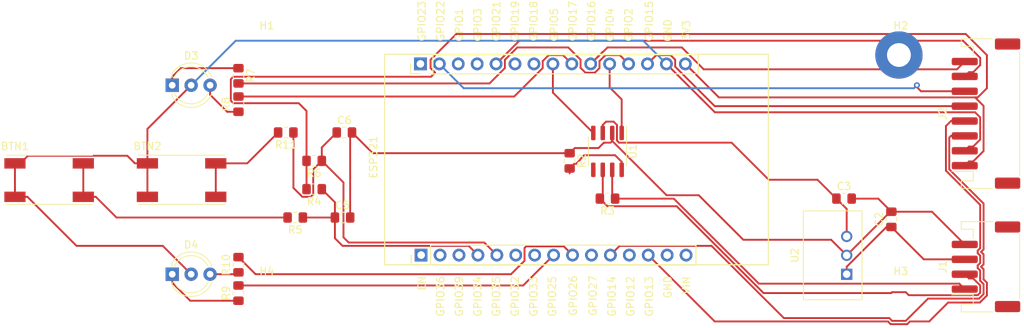
<source format=kicad_pcb>
(kicad_pcb (version 20171130) (host pcbnew "(5.1.4)-1")

  (general
    (thickness 1.6)
    (drawings 12)
    (tracks 291)
    (zones 0)
    (modules 27)
    (nets 44)
  )

  (page A4)
  (layers
    (0 F.Cu signal)
    (31 B.Cu signal)
    (32 B.Adhes user hide)
    (33 F.Adhes user hide)
    (34 B.Paste user hide)
    (35 F.Paste user hide)
    (36 B.SilkS user)
    (37 F.SilkS user)
    (38 B.Mask user)
    (39 F.Mask user)
    (40 Dwgs.User user hide)
    (41 Cmts.User user hide)
    (42 Eco1.User user hide)
    (43 Eco2.User user hide)
    (44 Edge.Cuts user)
    (45 Margin user hide)
    (46 B.CrtYd user hide)
    (47 F.CrtYd user hide)
    (48 B.Fab user hide)
    (49 F.Fab user hide)
  )

  (setup
    (last_trace_width 0.25)
    (trace_clearance 0.2)
    (zone_clearance 0.508)
    (zone_45_only no)
    (trace_min 0.2)
    (via_size 0.8)
    (via_drill 0.4)
    (via_min_size 0.4)
    (via_min_drill 0.3)
    (uvia_size 0.3)
    (uvia_drill 0.1)
    (uvias_allowed no)
    (uvia_min_size 0.2)
    (uvia_min_drill 0.1)
    (edge_width 0.05)
    (segment_width 0.2)
    (pcb_text_width 0.3)
    (pcb_text_size 1.5 1.5)
    (mod_edge_width 0.12)
    (mod_text_size 1 1)
    (mod_text_width 0.15)
    (pad_size 6.35 6.35)
    (pad_drill 3.200001)
    (pad_to_mask_clearance 0.051)
    (solder_mask_min_width 0.25)
    (aux_axis_origin 0 0)
    (visible_elements 7FFDFFFF)
    (pcbplotparams
      (layerselection 0x010fc_ffffffff)
      (usegerberextensions false)
      (usegerberattributes false)
      (usegerberadvancedattributes false)
      (creategerberjobfile false)
      (excludeedgelayer true)
      (linewidth 0.100000)
      (plotframeref false)
      (viasonmask false)
      (mode 1)
      (useauxorigin false)
      (hpglpennumber 1)
      (hpglpenspeed 20)
      (hpglpendiameter 15.000000)
      (psnegative false)
      (psa4output false)
      (plotreference true)
      (plotvalue true)
      (plotinvisibletext false)
      (padsonsilk false)
      (subtractmaskfromsilk false)
      (outputformat 1)
      (mirror false)
      (drillshape 1)
      (scaleselection 1)
      (outputdirectory ""))
  )

  (net 0 "")
  (net 1 "Net-(D3-Pad1)")
  (net 2 /ESP_GND)
  (net 3 "Net-(D3-Pad3)")
  (net 4 "Net-(D4-Pad3)")
  (net 5 "Net-(D4-Pad1)")
  (net 6 /ESP_3V3)
  (net 7 /CS)
  (net 8 /~R1)
  (net 9 /BUSY)
  (net 10 /~G1)
  (net 11 /~R2)
  (net 12 /~G2)
  (net 13 /RST)
  (net 14 "Net-(ESP321-Pad27)")
  (net 15 "Net-(ESP321-Pad28)")
  (net 16 /DC)
  (net 17 "Net-(ESP321-Pad30)")
  (net 18 "Net-(ESP321-Pad15)")
  (net 19 "Net-(ESP321-Pad14)")
  (net 20 /DIN)
  (net 21 "Net-(ESP321-Pad12)")
  (net 22 /CLK)
  (net 23 "Net-(ESP321-Pad10)")
  (net 24 "Net-(ESP321-Pad7)")
  (net 25 "Net-(ESP321-Pad6)")
  (net 26 /BUTTON2)
  (net 27 /BUTTON1)
  (net 28 "Net-(ESP321-Pad3)")
  (net 29 "Net-(ESP321-Pad2)")
  (net 30 "Net-(ESP321-Pad1)")
  (net 31 /CANTX)
  (net 32 /GLV_RTN)
  (net 33 /GLV_5V)
  (net 34 /CANRX)
  (net 35 "Net-(U1-Pad5)")
  (net 36 /CAN_L)
  (net 37 /CAN_H)
  (net 38 /GLV_24V)
  (net 39 /ESP_BUTTON1)
  (net 40 /ESP_BUTTON2)
  (net 41 "Net-(R2-Pad2)")
  (net 42 "Net-(ESP321-Pad24)")
  (net 43 "Net-(ESP321-Pad25)")

  (net_class Default "This is the default net class."
    (clearance 0.2)
    (trace_width 0.25)
    (via_dia 0.8)
    (via_drill 0.4)
    (uvia_dia 0.3)
    (uvia_drill 0.1)
    (add_net /BUSY)
    (add_net /BUTTON1)
    (add_net /BUTTON2)
    (add_net /CANRX)
    (add_net /CANTX)
    (add_net /CAN_H)
    (add_net /CAN_L)
    (add_net /CLK)
    (add_net /CS)
    (add_net /DC)
    (add_net /DIN)
    (add_net /ESP_3V3)
    (add_net /ESP_BUTTON1)
    (add_net /ESP_BUTTON2)
    (add_net /ESP_GND)
    (add_net /GLV_24V)
    (add_net /GLV_5V)
    (add_net /GLV_RTN)
    (add_net /RST)
    (add_net /~G1)
    (add_net /~G2)
    (add_net /~R1)
    (add_net /~R2)
    (add_net "Net-(D3-Pad1)")
    (add_net "Net-(D3-Pad3)")
    (add_net "Net-(D4-Pad1)")
    (add_net "Net-(D4-Pad3)")
    (add_net "Net-(ESP321-Pad1)")
    (add_net "Net-(ESP321-Pad10)")
    (add_net "Net-(ESP321-Pad12)")
    (add_net "Net-(ESP321-Pad14)")
    (add_net "Net-(ESP321-Pad15)")
    (add_net "Net-(ESP321-Pad2)")
    (add_net "Net-(ESP321-Pad24)")
    (add_net "Net-(ESP321-Pad25)")
    (add_net "Net-(ESP321-Pad27)")
    (add_net "Net-(ESP321-Pad28)")
    (add_net "Net-(ESP321-Pad3)")
    (add_net "Net-(ESP321-Pad30)")
    (add_net "Net-(ESP321-Pad6)")
    (add_net "Net-(ESP321-Pad7)")
    (add_net "Net-(R2-Pad2)")
    (add_net "Net-(U1-Pad5)")
  )

  (module Connector_JST:JST_PH_S8B-PH-SM4-TB_1x08-1MP_P2.00mm_Horizontal (layer F.Cu) (tedit 5B78AD87) (tstamp 5E49C2CE)
    (at 180.34 78.74 90)
    (descr "JST PH series connector, S8B-PH-SM4-TB (http://www.jst-mfg.com/product/pdf/eng/ePH.pdf), generated with kicad-footprint-generator")
    (tags "connector JST PH top entry")
    (path /5DD793FC)
    (attr smd)
    (fp_text reference J2 (at 0 -5.8 90) (layer F.SilkS)
      (effects (font (size 1 1) (thickness 0.15)))
    )
    (fp_text value Display (at 0 5.8 90) (layer F.Fab)
      (effects (font (size 1 1) (thickness 0.15)))
    )
    (fp_line (start -9.95 -3.2) (end -9.15 -3.2) (layer F.Fab) (width 0.1))
    (fp_line (start -9.15 -3.2) (end -9.15 -1.6) (layer F.Fab) (width 0.1))
    (fp_line (start -9.15 -1.6) (end 9.15 -1.6) (layer F.Fab) (width 0.1))
    (fp_line (start 9.15 -1.6) (end 9.15 -3.2) (layer F.Fab) (width 0.1))
    (fp_line (start 9.15 -3.2) (end 9.95 -3.2) (layer F.Fab) (width 0.1))
    (fp_line (start -10.06 0.94) (end -10.06 -3.31) (layer F.SilkS) (width 0.12))
    (fp_line (start -10.06 -3.31) (end -9.04 -3.31) (layer F.SilkS) (width 0.12))
    (fp_line (start -9.04 -3.31) (end -9.04 -1.71) (layer F.SilkS) (width 0.12))
    (fp_line (start -9.04 -1.71) (end -7.76 -1.71) (layer F.SilkS) (width 0.12))
    (fp_line (start -7.76 -1.71) (end -7.76 -4.6) (layer F.SilkS) (width 0.12))
    (fp_line (start 10.06 0.94) (end 10.06 -3.31) (layer F.SilkS) (width 0.12))
    (fp_line (start 10.06 -3.31) (end 9.04 -3.31) (layer F.SilkS) (width 0.12))
    (fp_line (start 9.04 -3.31) (end 9.04 -1.71) (layer F.SilkS) (width 0.12))
    (fp_line (start 9.04 -1.71) (end 7.76 -1.71) (layer F.SilkS) (width 0.12))
    (fp_line (start -8.34 4.51) (end 8.34 4.51) (layer F.SilkS) (width 0.12))
    (fp_line (start -9.95 4.4) (end 9.95 4.4) (layer F.Fab) (width 0.1))
    (fp_line (start -9.95 -3.2) (end -9.95 4.4) (layer F.Fab) (width 0.1))
    (fp_line (start 9.95 -3.2) (end 9.95 4.4) (layer F.Fab) (width 0.1))
    (fp_line (start -10.6 -5.1) (end -10.6 5.1) (layer F.CrtYd) (width 0.05))
    (fp_line (start -10.6 5.1) (end 10.6 5.1) (layer F.CrtYd) (width 0.05))
    (fp_line (start 10.6 5.1) (end 10.6 -5.1) (layer F.CrtYd) (width 0.05))
    (fp_line (start 10.6 -5.1) (end -10.6 -5.1) (layer F.CrtYd) (width 0.05))
    (fp_line (start -7.5 -1.6) (end -7 -0.892893) (layer F.Fab) (width 0.1))
    (fp_line (start -7 -0.892893) (end -6.5 -1.6) (layer F.Fab) (width 0.1))
    (fp_text user %R (at 0 1.5 90) (layer F.Fab)
      (effects (font (size 1 1) (thickness 0.15)))
    )
    (pad 1 smd roundrect (at -7 -2.85 90) (size 1 3.5) (layers F.Cu F.Paste F.Mask) (roundrect_rratio 0.25)
      (net 6 /ESP_3V3))
    (pad 2 smd roundrect (at -5 -2.85 90) (size 1 3.5) (layers F.Cu F.Paste F.Mask) (roundrect_rratio 0.25)
      (net 2 /ESP_GND))
    (pad 3 smd roundrect (at -3 -2.85 90) (size 1 3.5) (layers F.Cu F.Paste F.Mask) (roundrect_rratio 0.25)
      (net 20 /DIN))
    (pad 4 smd roundrect (at -1 -2.85 90) (size 1 3.5) (layers F.Cu F.Paste F.Mask) (roundrect_rratio 0.25)
      (net 22 /CLK))
    (pad 5 smd roundrect (at 1 -2.85 90) (size 1 3.5) (layers F.Cu F.Paste F.Mask) (roundrect_rratio 0.25)
      (net 7 /CS))
    (pad 6 smd roundrect (at 3 -2.85 90) (size 1 3.5) (layers F.Cu F.Paste F.Mask) (roundrect_rratio 0.25)
      (net 16 /DC))
    (pad 7 smd roundrect (at 5 -2.85 90) (size 1 3.5) (layers F.Cu F.Paste F.Mask) (roundrect_rratio 0.25)
      (net 13 /RST))
    (pad 8 smd roundrect (at 7 -2.85 90) (size 1 3.5) (layers F.Cu F.Paste F.Mask) (roundrect_rratio 0.25)
      (net 9 /BUSY))
    (pad MP smd roundrect (at -9.35 2.9 90) (size 1.5 3.4) (layers F.Cu F.Paste F.Mask) (roundrect_rratio 0.166667))
    (pad MP smd roundrect (at 9.35 2.9 90) (size 1.5 3.4) (layers F.Cu F.Paste F.Mask) (roundrect_rratio 0.166667))
    (model ${KISYS3DMOD}/Connector_JST.3dshapes/JST_PH_S8B-PH-SM4-TB_1x08-1MP_P2.00mm_Horizontal.wrl
      (at (xyz 0 0 0))
      (scale (xyz 1 1 1))
      (rotate (xyz 0 0 0))
    )
  )

  (module Lafayette_Electric_Car_Footprints:PushButton (layer F.Cu) (tedit 5DD2EDD8) (tstamp 5E3A2E25)
    (at 54.61 87.63)
    (path /5E48D04A)
    (fp_text reference BTN1 (at -4.6 -4.5) (layer F.SilkS)
      (effects (font (size 1 1) (thickness 0.15)))
    )
    (fp_text value PushButton (at 3.6 -4.5) (layer F.Fab)
      (effects (font (size 1 1) (thickness 0.15)))
    )
    (fp_line (start 5.8 3.3) (end -5.8 -3.3) (layer Dwgs.User) (width 0.12))
    (fp_line (start -5.8 3.3) (end 5.8 -3.3) (layer Dwgs.User) (width 0.12))
    (fp_line (start -5.8 3.3) (end 5.8 3.3) (layer F.SilkS) (width 0.12))
    (fp_line (start -5.8 -3.3) (end 5.8 -3.3) (layer F.SilkS) (width 0.12))
    (pad 2 smd rect (at 4.575 -2.2) (size 2.85 1.4) (layers F.Cu F.Paste F.Mask)
      (net 27 /BUTTON1))
    (pad 2 smd rect (at 4.575 2.3) (size 2.85 1.4) (layers F.Cu F.Paste F.Mask)
      (net 27 /BUTTON1))
    (pad 1 smd rect (at -4.6 2.3) (size 2.85 1.4) (layers F.Cu F.Paste F.Mask)
      (net 2 /ESP_GND))
    (pad 1 smd rect (at -4.6 -2.2) (size 2.85 1.4) (layers F.Cu F.Paste F.Mask)
      (net 2 /ESP_GND))
    (model ${KIPRJMOD}/3dModels/ButtonMount.step
      (offset (xyz 0 2.5 0))
      (scale (xyz 1 1 1))
      (rotate (xyz 0 0 0))
    )
    (model ${KIPRJMOD}/3dModels/ButtonCap.step
      (offset (xyz 0 0 4))
      (scale (xyz 1 1 1))
      (rotate (xyz 0 0 0))
    )
  )

  (module Lafayette_Electric_Car_Footprints:PushButton (layer F.Cu) (tedit 5DD2EDD8) (tstamp 5E3A2E31)
    (at 72.39 87.63)
    (path /5E48FC6E)
    (fp_text reference BTN2 (at -4.6 -4.5) (layer F.SilkS)
      (effects (font (size 1 1) (thickness 0.15)))
    )
    (fp_text value PushButton (at 3.6 -4.5) (layer F.Fab)
      (effects (font (size 1 1) (thickness 0.15)))
    )
    (fp_line (start -5.8 -3.3) (end 5.8 -3.3) (layer F.SilkS) (width 0.12))
    (fp_line (start -5.8 3.3) (end 5.8 3.3) (layer F.SilkS) (width 0.12))
    (fp_line (start -5.8 3.3) (end 5.8 -3.3) (layer Dwgs.User) (width 0.12))
    (fp_line (start 5.8 3.3) (end -5.8 -3.3) (layer Dwgs.User) (width 0.12))
    (pad 1 smd rect (at -4.6 -2.2) (size 2.85 1.4) (layers F.Cu F.Paste F.Mask)
      (net 2 /ESP_GND))
    (pad 1 smd rect (at -4.6 2.3) (size 2.85 1.4) (layers F.Cu F.Paste F.Mask)
      (net 2 /ESP_GND))
    (pad 2 smd rect (at 4.575 2.3) (size 2.85 1.4) (layers F.Cu F.Paste F.Mask)
      (net 26 /BUTTON2))
    (pad 2 smd rect (at 4.575 -2.2) (size 2.85 1.4) (layers F.Cu F.Paste F.Mask)
      (net 26 /BUTTON2))
    (model ${KIPRJMOD}/3dModels/ButtonMount.step
      (offset (xyz 0 2.5 0))
      (scale (xyz 1 1 1))
      (rotate (xyz 0 0 0))
    )
    (model ${KIPRJMOD}/3dModels/ButtonCap.step
      (offset (xyz 0 0 4))
      (scale (xyz 1 1 1))
      (rotate (xyz 0 0 0))
    )
  )

  (module LED_THT:LED_D5.0mm-3 (layer F.Cu) (tedit 587A3A7B) (tstamp 5E3A2E45)
    (at 71.12 74.93)
    (descr "LED, diameter 5.0mm, 2 pins, diameter 5.0mm, 3 pins, http://www.kingbright.com/attachments/file/psearch/000/00/00/L-59EGC(Ver.17A).pdf")
    (tags "LED diameter 5.0mm 2 pins diameter 5.0mm 3 pins")
    (path /5E3A3924)
    (fp_text reference D3 (at 2.54 -3.96) (layer F.SilkS)
      (effects (font (size 1 1) (thickness 0.15)))
    )
    (fp_text value LED_Dual_ACA (at 2.54 3.96) (layer F.Fab)
      (effects (font (size 1 1) (thickness 0.15)))
    )
    (fp_arc (start 2.54 0) (end 0.04 -1.469694) (angle 299.1) (layer F.Fab) (width 0.1))
    (fp_arc (start 2.54 0) (end -0.02 -1.54483) (angle 127.7) (layer F.SilkS) (width 0.12))
    (fp_arc (start 2.54 0) (end -0.02 1.54483) (angle -127.7) (layer F.SilkS) (width 0.12))
    (fp_arc (start 2.54 0) (end 0.285316 -1.08) (angle 128.8) (layer F.SilkS) (width 0.12))
    (fp_arc (start 2.54 0) (end 0.285316 1.08) (angle -128.8) (layer F.SilkS) (width 0.12))
    (fp_circle (center 2.54 0) (end 5.04 0) (layer F.Fab) (width 0.1))
    (fp_line (start 0.04 -1.469694) (end 0.04 1.469694) (layer F.Fab) (width 0.1))
    (fp_line (start -0.02 -1.545) (end -0.02 -1.08) (layer F.SilkS) (width 0.12))
    (fp_line (start -0.02 1.08) (end -0.02 1.545) (layer F.SilkS) (width 0.12))
    (fp_line (start -1.15 -3.25) (end -1.15 3.25) (layer F.CrtYd) (width 0.05))
    (fp_line (start -1.15 3.25) (end 6.25 3.25) (layer F.CrtYd) (width 0.05))
    (fp_line (start 6.25 3.25) (end 6.25 -3.25) (layer F.CrtYd) (width 0.05))
    (fp_line (start 6.25 -3.25) (end -1.15 -3.25) (layer F.CrtYd) (width 0.05))
    (pad 1 thru_hole rect (at 0 0) (size 1.8 1.8) (drill 0.9) (layers *.Cu *.Mask)
      (net 1 "Net-(D3-Pad1)"))
    (pad 2 thru_hole circle (at 2.54 0) (size 1.8 1.8) (drill 0.9) (layers *.Cu *.Mask)
      (net 2 /ESP_GND))
    (pad 3 thru_hole circle (at 5.08 0) (size 1.8 1.8) (drill 0.9) (layers *.Cu *.Mask)
      (net 3 "Net-(D3-Pad3)"))
    (model ${KISYS3DMOD}/LED_THT.3dshapes/LED_D5.0mm-3.wrl
      (at (xyz 0 0 0))
      (scale (xyz 1 1 1))
      (rotate (xyz 0 0 0))
    )
  )

  (module LED_THT:LED_D5.0mm-3 (layer F.Cu) (tedit 587A3A7B) (tstamp 5E3A2E59)
    (at 71.12 100.33)
    (descr "LED, diameter 5.0mm, 2 pins, diameter 5.0mm, 3 pins, http://www.kingbright.com/attachments/file/psearch/000/00/00/L-59EGC(Ver.17A).pdf")
    (tags "LED diameter 5.0mm 2 pins diameter 5.0mm 3 pins")
    (path /5E3A4DF7)
    (fp_text reference D4 (at 2.54 -3.96) (layer F.SilkS)
      (effects (font (size 1 1) (thickness 0.15)))
    )
    (fp_text value LED_Dual_ACA (at 2.54 3.96) (layer F.Fab)
      (effects (font (size 1 1) (thickness 0.15)))
    )
    (fp_line (start 6.25 -3.25) (end -1.15 -3.25) (layer F.CrtYd) (width 0.05))
    (fp_line (start 6.25 3.25) (end 6.25 -3.25) (layer F.CrtYd) (width 0.05))
    (fp_line (start -1.15 3.25) (end 6.25 3.25) (layer F.CrtYd) (width 0.05))
    (fp_line (start -1.15 -3.25) (end -1.15 3.25) (layer F.CrtYd) (width 0.05))
    (fp_line (start -0.02 1.08) (end -0.02 1.545) (layer F.SilkS) (width 0.12))
    (fp_line (start -0.02 -1.545) (end -0.02 -1.08) (layer F.SilkS) (width 0.12))
    (fp_line (start 0.04 -1.469694) (end 0.04 1.469694) (layer F.Fab) (width 0.1))
    (fp_circle (center 2.54 0) (end 5.04 0) (layer F.Fab) (width 0.1))
    (fp_arc (start 2.54 0) (end 0.285316 1.08) (angle -128.8) (layer F.SilkS) (width 0.12))
    (fp_arc (start 2.54 0) (end 0.285316 -1.08) (angle 128.8) (layer F.SilkS) (width 0.12))
    (fp_arc (start 2.54 0) (end -0.02 1.54483) (angle -127.7) (layer F.SilkS) (width 0.12))
    (fp_arc (start 2.54 0) (end -0.02 -1.54483) (angle 127.7) (layer F.SilkS) (width 0.12))
    (fp_arc (start 2.54 0) (end 0.04 -1.469694) (angle 299.1) (layer F.Fab) (width 0.1))
    (pad 3 thru_hole circle (at 5.08 0) (size 1.8 1.8) (drill 0.9) (layers *.Cu *.Mask)
      (net 4 "Net-(D4-Pad3)"))
    (pad 2 thru_hole circle (at 2.54 0) (size 1.8 1.8) (drill 0.9) (layers *.Cu *.Mask)
      (net 2 /ESP_GND))
    (pad 1 thru_hole rect (at 0 0) (size 1.8 1.8) (drill 0.9) (layers *.Cu *.Mask)
      (net 5 "Net-(D4-Pad1)"))
    (model ${KISYS3DMOD}/LED_THT.3dshapes/LED_D5.0mm-3.wrl
      (at (xyz 0 0 0))
      (scale (xyz 1 1 1))
      (rotate (xyz 0 0 0))
    )
  )

  (module ESP32_Shield:ESP32_Devkit_DOIT_V1 (layer F.Cu) (tedit 5A56526C) (tstamp 5E3A2EEC)
    (at 151.13 99.06 90)
    (descr "Through hole straight pin header, 1x15, 2.54mm pitch, single row")
    (tags "Through hole pin header THT 1x15 2.54mm single row")
    (path /5E39D9F9)
    (fp_text reference ESP321 (at 14.45 -53 90) (layer F.SilkS)
      (effects (font (size 1 1) (thickness 0.15)))
    )
    (fp_text value ESP32_Devkit_DOIT_V1 (at 13.65 1.3 90) (layer F.Fab)
      (effects (font (size 1 1) (thickness 0.15)))
    )
    (fp_text user GPIO23 (at 32.75 -46.5 90) (layer F.SilkS)
      (effects (font (size 1 1) (thickness 0.15)))
    )
    (fp_text user GPIO22 (at 32.75 -44 90) (layer F.SilkS)
      (effects (font (size 1 1) (thickness 0.15)))
    )
    (fp_text user GPIO1 (at 32.25 -41.5 90) (layer F.SilkS)
      (effects (font (size 1 1) (thickness 0.15)))
    )
    (fp_text user GPIO3 (at 32.25 -39 90) (layer F.SilkS)
      (effects (font (size 1 1) (thickness 0.15)))
    )
    (fp_text user GPIO21 (at 32.75 -36.5 90) (layer F.SilkS)
      (effects (font (size 1 1) (thickness 0.15)))
    )
    (fp_text user GPIO19 (at 32.75 -34 90) (layer F.SilkS)
      (effects (font (size 1 1) (thickness 0.15)))
    )
    (fp_text user GPIO18 (at 32.75 -31.5 90) (layer F.SilkS)
      (effects (font (size 1 1) (thickness 0.15)))
    )
    (fp_text user GPIO5 (at 32.25 -28.75 90) (layer F.SilkS)
      (effects (font (size 1 1) (thickness 0.15)))
    )
    (fp_text user GPIO17 (at 32.75 -26.25 90) (layer F.SilkS)
      (effects (font (size 1 1) (thickness 0.15)))
    )
    (fp_text user GPIO16 (at 32.75 -23.75 90) (layer F.SilkS)
      (effects (font (size 1 1) (thickness 0.15)))
    )
    (fp_text user GPIO4 (at 32.25 -21.25 90) (layer F.SilkS)
      (effects (font (size 1 1) (thickness 0.15)))
    )
    (fp_text user GPIO2 (at 32.25 -18.75 90) (layer F.SilkS)
      (effects (font (size 1 1) (thickness 0.15)))
    )
    (fp_text user GPIO15 (at 32.75 -16 90) (layer F.SilkS)
      (effects (font (size 1 1) (thickness 0.15)))
    )
    (fp_text user 3V3 (at 31.5 -11 90) (layer F.SilkS)
      (effects (font (size 1 1) (thickness 0.15)))
    )
    (fp_text user VIN (at -2.75 -11 90) (layer F.SilkS)
      (effects (font (size 1 1) (thickness 0.15)))
    )
    (fp_text user GND (at 31.5 -13.5 90) (layer F.SilkS)
      (effects (font (size 1 1) (thickness 0.15)))
    )
    (fp_text user GND (at -3 -13.5 90) (layer F.SilkS)
      (effects (font (size 1 1) (thickness 0.15)))
    )
    (fp_text user GPIO13 (at -4.25 -16 90) (layer F.SilkS)
      (effects (font (size 1 1) (thickness 0.15)))
    )
    (fp_text user GPIO12 (at -4.25 -18.5 90) (layer F.SilkS)
      (effects (font (size 1 1) (thickness 0.15)))
    )
    (fp_text user GPIO14 (at -4.25 -21 90) (layer F.SilkS)
      (effects (font (size 1 1) (thickness 0.15)))
    )
    (fp_text user GPIO27 (at -4.15 -23.55 90) (layer F.SilkS)
      (effects (font (size 1 1) (thickness 0.15)))
    )
    (fp_text user GPIO26 (at -4.15 -26.2 90) (layer F.SilkS)
      (effects (font (size 1 1) (thickness 0.15)))
    )
    (fp_text user GPIO25 (at -4.25 -29 90) (layer F.SilkS)
      (effects (font (size 1 1) (thickness 0.15)))
    )
    (fp_text user GPIO33 (at -4.25 -31.5 90) (layer F.SilkS)
      (effects (font (size 1 1) (thickness 0.15)))
    )
    (fp_text user GPIO32 (at -4.25 -34 90) (layer F.SilkS)
      (effects (font (size 1 1) (thickness 0.15)))
    )
    (fp_text user GPIO35 (at -4.25 -36.5 90) (layer F.SilkS)
      (effects (font (size 1 1) (thickness 0.15)))
    )
    (fp_text user GPIO34 (at -4.25 -39 90) (layer F.SilkS)
      (effects (font (size 1 1) (thickness 0.15)))
    )
    (fp_text user GPIO39 (at -4.25 -41.5 90) (layer F.SilkS)
      (effects (font (size 1 1) (thickness 0.15)))
    )
    (fp_text user GPIO36 (at -4.25 -44 90) (layer F.SilkS)
      (effects (font (size 1 1) (thickness 0.15)))
    )
    (fp_text user EN (at -2.5 -46.5 90) (layer F.SilkS)
      (effects (font (size 1 1) (thickness 0.15)))
    )
    (fp_line (start 28.3 -51.5) (end -0.05 -51.5) (layer F.SilkS) (width 0.15))
    (fp_line (start 28.3 -42.9) (end 28.3 -51.45) (layer F.SilkS) (width 0.15))
    (fp_line (start 0 -51.4) (end 0 0) (layer F.SilkS) (width 0.15))
    (fp_line (start 0 0) (end 28.3 0) (layer F.SilkS) (width 0.15))
    (fp_line (start 28.3 0) (end 28.3 -43) (layer F.SilkS) (width 0.15))
    (fp_text user %R (at 27 -28.92) (layer F.Fab)
      (effects (font (size 1 1) (thickness 0.15)))
    )
    (fp_line (start 25.67 -48.03) (end 27 -48.03) (layer F.SilkS) (width 0.12))
    (fp_line (start 25.67 -46.7) (end 25.67 -48.03) (layer F.SilkS) (width 0.12))
    (fp_line (start 25.57 -45.03) (end 28.23 -45.03) (layer F.SilkS) (width 0.12))
    (fp_line (start 28.23 -45.03) (end 28.23 -9.41) (layer F.SilkS) (width 0.12))
    (fp_line (start 25.67 -45.43) (end 25.67 -9.81) (layer F.SilkS) (width 0.12))
    (fp_line (start 25.57 -9.41) (end 28.23 -9.41) (layer F.SilkS) (width 0.12))
    (fp_line (start 25.73 -47.335) (end 26.365 -47.97) (layer F.Fab) (width 0.1))
    (fp_line (start 25.73 -9.87) (end 25.73 -47.335) (layer F.Fab) (width 0.1))
    (fp_line (start 28.27 -9.47) (end 25.73 -9.47) (layer F.Fab) (width 0.1))
    (fp_line (start 28.27 -47.57) (end 28.27 -9.47) (layer F.Fab) (width 0.1))
    (fp_line (start 26.365 -47.57) (end 28.27 -47.57) (layer F.Fab) (width 0.1))
    (fp_line (start 26.365 -47.57) (end 28.27 -47.57) (layer F.Fab) (width 0.1))
    (fp_line (start 28.27 -47.57) (end 28.27 -9.47) (layer F.Fab) (width 0.1))
    (fp_line (start 28.27 -9.47) (end 25.73 -9.47) (layer F.Fab) (width 0.1))
    (fp_line (start 25.73 -9.87) (end 25.73 -47.335) (layer F.Fab) (width 0.1))
    (fp_line (start 25.73 -47.335) (end 26.365 -47.97) (layer F.Fab) (width 0.1))
    (fp_line (start 25.57 -9.41) (end 28.23 -9.41) (layer F.SilkS) (width 0.12))
    (fp_line (start 25.67 -45.43) (end 25.67 -9.81) (layer F.SilkS) (width 0.12))
    (fp_line (start 28.23 -45.03) (end 28.23 -9.41) (layer F.SilkS) (width 0.12))
    (fp_line (start 25.57 -45.03) (end 28.23 -45.03) (layer F.SilkS) (width 0.12))
    (fp_line (start 25.67 -46.7) (end 25.67 -48.03) (layer F.SilkS) (width 0.12))
    (fp_line (start 25.67 -48.03) (end 27 -48.03) (layer F.SilkS) (width 0.12))
    (fp_text user %R (at 27 -28.92) (layer F.Fab)
      (effects (font (size 1 1) (thickness 0.15)))
    )
    (fp_text user %R (at 1.3 -28.82) (layer F.Fab)
      (effects (font (size 1 1) (thickness 0.15)))
    )
    (fp_line (start -0.03 -47.93) (end 1.3 -47.93) (layer F.SilkS) (width 0.12))
    (fp_line (start -0.03 -46.6) (end -0.03 -47.93) (layer F.SilkS) (width 0.12))
    (fp_line (start -0.03 -45.33) (end 2.63 -45.33) (layer F.SilkS) (width 0.12))
    (fp_line (start 2.63 -45.33) (end 2.63 -9.71) (layer F.SilkS) (width 0.12))
    (fp_line (start -0.03 -45.33) (end -0.03 -9.71) (layer F.SilkS) (width 0.12))
    (fp_line (start -0.03 -9.71) (end 2.63 -9.71) (layer F.SilkS) (width 0.12))
    (fp_line (start 0.03 -47.235) (end 0.665 -47.87) (layer F.Fab) (width 0.1))
    (fp_line (start 0.03 -9.77) (end 0.03 -47.235) (layer F.Fab) (width 0.1))
    (fp_line (start 2.57 -9.77) (end 0.03 -9.77) (layer F.Fab) (width 0.1))
    (fp_line (start 2.57 -47.87) (end 2.57 -9.77) (layer F.Fab) (width 0.1))
    (fp_line (start 0.665 -47.87) (end 2.57 -47.87) (layer F.Fab) (width 0.1))
    (fp_line (start 0.665 -47.87) (end 2.57 -47.87) (layer F.Fab) (width 0.1))
    (fp_line (start 2.57 -47.87) (end 2.57 -9.77) (layer F.Fab) (width 0.1))
    (fp_line (start 2.57 -9.77) (end 0.03 -9.77) (layer F.Fab) (width 0.1))
    (fp_line (start 0.03 -9.77) (end 0.03 -47.235) (layer F.Fab) (width 0.1))
    (fp_line (start 0.03 -47.235) (end 0.665 -47.87) (layer F.Fab) (width 0.1))
    (fp_line (start -0.03 -9.71) (end 2.63 -9.71) (layer F.SilkS) (width 0.12))
    (fp_line (start -0.03 -45.33) (end -0.03 -9.71) (layer F.SilkS) (width 0.12))
    (fp_line (start 2.63 -45.33) (end 2.63 -9.71) (layer F.SilkS) (width 0.12))
    (fp_line (start -0.03 -45.33) (end 2.63 -45.33) (layer F.SilkS) (width 0.12))
    (fp_line (start -0.03 -46.6) (end -0.03 -47.93) (layer F.SilkS) (width 0.12))
    (fp_line (start -0.03 -47.93) (end 1.3 -47.93) (layer F.SilkS) (width 0.12))
    (fp_text user %R (at 1.3 -28.82) (layer F.Fab)
      (effects (font (size 1 1) (thickness 0.15)))
    )
    (pad 16 thru_hole oval (at 27 -11.14 90) (size 1.7 1.7) (drill 1) (layers *.Cu *.Mask)
      (net 6 /ESP_3V3))
    (pad 17 thru_hole oval (at 27 -13.68 90) (size 1.7 1.7) (drill 1) (layers *.Cu *.Mask)
      (net 2 /ESP_GND))
    (pad 18 thru_hole oval (at 27 -16.22 90) (size 1.7 1.7) (drill 1) (layers *.Cu *.Mask)
      (net 7 /CS))
    (pad 19 thru_hole oval (at 27 -18.76 90) (size 1.7 1.7) (drill 1) (layers *.Cu *.Mask)
      (net 8 /~R1))
    (pad 20 thru_hole oval (at 27 -21.3 90) (size 1.7 1.7) (drill 1) (layers *.Cu *.Mask)
      (net 31 /CANTX))
    (pad 21 thru_hole oval (at 27 -23.84 90) (size 1.7 1.7) (drill 1) (layers *.Cu *.Mask)
      (net 9 /BUSY))
    (pad 22 thru_hole oval (at 27 -26.38 90) (size 1.7 1.7) (drill 1) (layers *.Cu *.Mask)
      (net 10 /~G1))
    (pad 23 thru_hole oval (at 27 -28.92 90) (size 1.7 1.7) (drill 1) (layers *.Cu *.Mask)
      (net 34 /CANRX))
    (pad 24 thru_hole oval (at 27 -31.46 90) (size 1.7 1.7) (drill 1) (layers *.Cu *.Mask)
      (net 42 "Net-(ESP321-Pad24)"))
    (pad 25 thru_hole oval (at 27 -34 90) (size 1.7 1.7) (drill 1) (layers *.Cu *.Mask)
      (net 43 "Net-(ESP321-Pad25)"))
    (pad 26 thru_hole oval (at 27 -36.54 90) (size 1.7 1.7) (drill 1) (layers *.Cu *.Mask)
      (net 13 /RST))
    (pad 27 thru_hole oval (at 27 -39.08 90) (size 1.7 1.7) (drill 1) (layers *.Cu *.Mask)
      (net 14 "Net-(ESP321-Pad27)"))
    (pad 28 thru_hole oval (at 27 -41.62 90) (size 1.7 1.7) (drill 1) (layers *.Cu *.Mask)
      (net 15 "Net-(ESP321-Pad28)"))
    (pad 29 thru_hole oval (at 27 -44.16 90) (size 1.7 1.7) (drill 1) (layers *.Cu *.Mask)
      (net 16 /DC))
    (pad 30 thru_hole rect (at 27 -46.7 90) (size 1.7 1.7) (drill 1) (layers *.Cu *.Mask)
      (net 17 "Net-(ESP321-Pad30)"))
    (pad 30 thru_hole rect (at 27 -46.7 90) (size 1.7 1.7) (drill 1) (layers *.Cu *.Mask)
      (net 17 "Net-(ESP321-Pad30)"))
    (pad 29 thru_hole oval (at 27 -44.16 90) (size 1.7 1.7) (drill 1) (layers *.Cu *.Mask)
      (net 16 /DC))
    (pad 28 thru_hole oval (at 27 -41.62 90) (size 1.7 1.7) (drill 1) (layers *.Cu *.Mask)
      (net 15 "Net-(ESP321-Pad28)"))
    (pad 27 thru_hole oval (at 27 -39.08 90) (size 1.7 1.7) (drill 1) (layers *.Cu *.Mask)
      (net 14 "Net-(ESP321-Pad27)"))
    (pad 26 thru_hole oval (at 27 -36.54 90) (size 1.7 1.7) (drill 1) (layers *.Cu *.Mask)
      (net 13 /RST))
    (pad 25 thru_hole oval (at 27 -34 90) (size 1.7 1.7) (drill 1) (layers *.Cu *.Mask)
      (net 43 "Net-(ESP321-Pad25)"))
    (pad 24 thru_hole oval (at 27 -31.46 90) (size 1.7 1.7) (drill 1) (layers *.Cu *.Mask)
      (net 42 "Net-(ESP321-Pad24)"))
    (pad 23 thru_hole oval (at 27 -28.92 90) (size 1.7 1.7) (drill 1) (layers *.Cu *.Mask)
      (net 34 /CANRX))
    (pad 22 thru_hole oval (at 27 -26.38 90) (size 1.7 1.7) (drill 1) (layers *.Cu *.Mask)
      (net 10 /~G1))
    (pad 21 thru_hole oval (at 27 -23.84 90) (size 1.7 1.7) (drill 1) (layers *.Cu *.Mask)
      (net 9 /BUSY))
    (pad 20 thru_hole oval (at 27 -21.3 90) (size 1.7 1.7) (drill 1) (layers *.Cu *.Mask)
      (net 31 /CANTX))
    (pad 19 thru_hole oval (at 27 -18.76 90) (size 1.7 1.7) (drill 1) (layers *.Cu *.Mask)
      (net 8 /~R1))
    (pad 18 thru_hole oval (at 27 -16.22 90) (size 1.7 1.7) (drill 1) (layers *.Cu *.Mask)
      (net 7 /CS))
    (pad 17 thru_hole oval (at 27 -13.68 90) (size 1.7 1.7) (drill 1) (layers *.Cu *.Mask)
      (net 2 /ESP_GND))
    (pad 16 thru_hole oval (at 27 -11.14 90) (size 1.7 1.7) (drill 1) (layers *.Cu *.Mask)
      (net 6 /ESP_3V3))
    (pad 15 thru_hole oval (at 1.3 -11.04 90) (size 1.7 1.7) (drill 1) (layers *.Cu *.Mask)
      (net 18 "Net-(ESP321-Pad15)"))
    (pad 14 thru_hole oval (at 1.3 -13.58 90) (size 1.7 1.7) (drill 1) (layers *.Cu *.Mask)
      (net 19 "Net-(ESP321-Pad14)"))
    (pad 13 thru_hole oval (at 1.3 -16.12 90) (size 1.7 1.7) (drill 1) (layers *.Cu *.Mask)
      (net 20 /DIN))
    (pad 12 thru_hole oval (at 1.3 -18.66 90) (size 1.7 1.7) (drill 1) (layers *.Cu *.Mask)
      (net 21 "Net-(ESP321-Pad12)"))
    (pad 11 thru_hole oval (at 1.3 -21.2 90) (size 1.7 1.7) (drill 1) (layers *.Cu *.Mask)
      (net 22 /CLK))
    (pad 10 thru_hole oval (at 1.3 -23.74 90) (size 1.7 1.7) (drill 1) (layers *.Cu *.Mask)
      (net 23 "Net-(ESP321-Pad10)"))
    (pad 9 thru_hole oval (at 1.3 -26.28 90) (size 1.7 1.7) (drill 1) (layers *.Cu *.Mask)
      (net 12 /~G2))
    (pad 8 thru_hole oval (at 1.3 -28.82 90) (size 1.7 1.7) (drill 1) (layers *.Cu *.Mask)
      (net 11 /~R2))
    (pad 7 thru_hole oval (at 1.3 -31.36 90) (size 1.7 1.7) (drill 1) (layers *.Cu *.Mask)
      (net 24 "Net-(ESP321-Pad7)"))
    (pad 6 thru_hole oval (at 1.3 -33.9 90) (size 1.7 1.7) (drill 1) (layers *.Cu *.Mask)
      (net 25 "Net-(ESP321-Pad6)"))
    (pad 5 thru_hole oval (at 1.3 -36.44 90) (size 1.7 1.7) (drill 1) (layers *.Cu *.Mask)
      (net 40 /ESP_BUTTON2))
    (pad 4 thru_hole oval (at 1.3 -38.98 90) (size 1.7 1.7) (drill 1) (layers *.Cu *.Mask)
      (net 39 /ESP_BUTTON1))
    (pad 3 thru_hole oval (at 1.3 -41.52 90) (size 1.7 1.7) (drill 1) (layers *.Cu *.Mask)
      (net 28 "Net-(ESP321-Pad3)"))
    (pad 2 thru_hole oval (at 1.3 -44.06 90) (size 1.7 1.7) (drill 1) (layers *.Cu *.Mask)
      (net 29 "Net-(ESP321-Pad2)"))
    (pad 1 thru_hole rect (at 1.3 -46.6 90) (size 1.7 1.7) (drill 1) (layers *.Cu *.Mask)
      (net 30 "Net-(ESP321-Pad1)"))
    (pad 1 thru_hole rect (at 1.3 -46.6 90) (size 1.7 1.7) (drill 1) (layers *.Cu *.Mask)
      (net 30 "Net-(ESP321-Pad1)"))
    (pad 2 thru_hole oval (at 1.3 -44.06 90) (size 1.7 1.7) (drill 1) (layers *.Cu *.Mask)
      (net 29 "Net-(ESP321-Pad2)"))
    (pad 3 thru_hole oval (at 1.3 -41.52 90) (size 1.7 1.7) (drill 1) (layers *.Cu *.Mask)
      (net 28 "Net-(ESP321-Pad3)"))
    (pad 4 thru_hole oval (at 1.3 -38.98 90) (size 1.7 1.7) (drill 1) (layers *.Cu *.Mask)
      (net 39 /ESP_BUTTON1))
    (pad 5 thru_hole oval (at 1.3 -36.44 90) (size 1.7 1.7) (drill 1) (layers *.Cu *.Mask)
      (net 40 /ESP_BUTTON2))
    (pad 6 thru_hole oval (at 1.3 -33.9 90) (size 1.7 1.7) (drill 1) (layers *.Cu *.Mask)
      (net 25 "Net-(ESP321-Pad6)"))
    (pad 7 thru_hole oval (at 1.3 -31.36 90) (size 1.7 1.7) (drill 1) (layers *.Cu *.Mask)
      (net 24 "Net-(ESP321-Pad7)"))
    (pad 8 thru_hole oval (at 1.3 -28.82 90) (size 1.7 1.7) (drill 1) (layers *.Cu *.Mask)
      (net 11 /~R2))
    (pad 9 thru_hole oval (at 1.3 -26.28 90) (size 1.7 1.7) (drill 1) (layers *.Cu *.Mask)
      (net 12 /~G2))
    (pad 10 thru_hole oval (at 1.3 -23.74 90) (size 1.7 1.7) (drill 1) (layers *.Cu *.Mask)
      (net 23 "Net-(ESP321-Pad10)"))
    (pad 11 thru_hole oval (at 1.3 -21.2 90) (size 1.7 1.7) (drill 1) (layers *.Cu *.Mask)
      (net 22 /CLK))
    (pad 12 thru_hole oval (at 1.3 -18.66 90) (size 1.7 1.7) (drill 1) (layers *.Cu *.Mask)
      (net 21 "Net-(ESP321-Pad12)"))
    (pad 13 thru_hole oval (at 1.3 -16.12 90) (size 1.7 1.7) (drill 1) (layers *.Cu *.Mask)
      (net 20 /DIN))
    (pad 14 thru_hole oval (at 1.3 -13.58 90) (size 1.7 1.7) (drill 1) (layers *.Cu *.Mask)
      (net 19 "Net-(ESP321-Pad14)"))
    (pad 15 thru_hole oval (at 1.3 -11.04 90) (size 1.7 1.7) (drill 1) (layers *.Cu *.Mask)
      (net 18 "Net-(ESP321-Pad15)"))
    (model ${KISYS3DMOD}/Pin_Headers.3dshapes/Pin_Header_Straight_1x15_Pitch2.54mm.wrl
      (at (xyz 0 0 0))
      (scale (xyz 1 1 1))
      (rotate (xyz 0 0 0))
    )
  )

  (module Package_SO:SOIC-8_3.9x4.9mm_P1.27mm (layer F.Cu) (tedit 5C97300E) (tstamp 5E3A2F06)
    (at 129.54 83.82 270)
    (descr "SOIC, 8 Pin (JEDEC MS-012AA, https://www.analog.com/media/en/package-pcb-resources/package/pkg_pdf/soic_narrow-r/r_8.pdf), generated with kicad-footprint-generator ipc_gullwing_generator.py")
    (tags "SOIC SO")
    (path /5DD84DD1)
    (attr smd)
    (fp_text reference U1 (at 0 -3.4 90) (layer F.SilkS)
      (effects (font (size 1 1) (thickness 0.15)))
    )
    (fp_text value MCP2551-I-SN (at 0 3.4 90) (layer F.Fab)
      (effects (font (size 1 1) (thickness 0.15)))
    )
    (fp_line (start 0 2.56) (end 1.95 2.56) (layer F.SilkS) (width 0.12))
    (fp_line (start 0 2.56) (end -1.95 2.56) (layer F.SilkS) (width 0.12))
    (fp_line (start 0 -2.56) (end 1.95 -2.56) (layer F.SilkS) (width 0.12))
    (fp_line (start 0 -2.56) (end -3.45 -2.56) (layer F.SilkS) (width 0.12))
    (fp_line (start -0.975 -2.45) (end 1.95 -2.45) (layer F.Fab) (width 0.1))
    (fp_line (start 1.95 -2.45) (end 1.95 2.45) (layer F.Fab) (width 0.1))
    (fp_line (start 1.95 2.45) (end -1.95 2.45) (layer F.Fab) (width 0.1))
    (fp_line (start -1.95 2.45) (end -1.95 -1.475) (layer F.Fab) (width 0.1))
    (fp_line (start -1.95 -1.475) (end -0.975 -2.45) (layer F.Fab) (width 0.1))
    (fp_line (start -3.7 -2.7) (end -3.7 2.7) (layer F.CrtYd) (width 0.05))
    (fp_line (start -3.7 2.7) (end 3.7 2.7) (layer F.CrtYd) (width 0.05))
    (fp_line (start 3.7 2.7) (end 3.7 -2.7) (layer F.CrtYd) (width 0.05))
    (fp_line (start 3.7 -2.7) (end -3.7 -2.7) (layer F.CrtYd) (width 0.05))
    (fp_text user %R (at 0 0 90) (layer F.Fab)
      (effects (font (size 0.98 0.98) (thickness 0.15)))
    )
    (pad 1 smd roundrect (at -2.475 -1.905 270) (size 1.95 0.6) (layers F.Cu F.Paste F.Mask) (roundrect_rratio 0.25)
      (net 31 /CANTX))
    (pad 2 smd roundrect (at -2.475 -0.635 270) (size 1.95 0.6) (layers F.Cu F.Paste F.Mask) (roundrect_rratio 0.25)
      (net 32 /GLV_RTN))
    (pad 3 smd roundrect (at -2.475 0.635 270) (size 1.95 0.6) (layers F.Cu F.Paste F.Mask) (roundrect_rratio 0.25)
      (net 33 /GLV_5V))
    (pad 4 smd roundrect (at -2.475 1.905 270) (size 1.95 0.6) (layers F.Cu F.Paste F.Mask) (roundrect_rratio 0.25)
      (net 34 /CANRX))
    (pad 5 smd roundrect (at 2.475 1.905 270) (size 1.95 0.6) (layers F.Cu F.Paste F.Mask) (roundrect_rratio 0.25)
      (net 35 "Net-(U1-Pad5)"))
    (pad 6 smd roundrect (at 2.475 0.635 270) (size 1.95 0.6) (layers F.Cu F.Paste F.Mask) (roundrect_rratio 0.25)
      (net 36 /CAN_L))
    (pad 7 smd roundrect (at 2.475 -0.635 270) (size 1.95 0.6) (layers F.Cu F.Paste F.Mask) (roundrect_rratio 0.25)
      (net 37 /CAN_H))
    (pad 8 smd roundrect (at 2.475 -1.905 270) (size 1.95 0.6) (layers F.Cu F.Paste F.Mask) (roundrect_rratio 0.25)
      (net 41 "Net-(R2-Pad2)"))
    (model ${KISYS3DMOD}/Package_SO.3dshapes/SOIC-8_3.9x4.9mm_P1.27mm.wrl
      (at (xyz 0 0 0))
      (scale (xyz 1 1 1))
      (rotate (xyz 0 0 0))
    )
  )

  (module Lafayette_Electric_Car_Footprints:VX7805-500 (layer F.Cu) (tedit 5DCDEE17) (tstamp 5E3A2F16)
    (at 160.02 97.79 90)
    (path /5DD5D737)
    (fp_text reference U2 (at 0 -5.334 90) (layer F.SilkS)
      (effects (font (size 1 1) (thickness 0.15)))
    )
    (fp_text value V7805-500 (at 0 4.826 90) (layer F.Fab)
      (effects (font (size 1 1) (thickness 0.15)))
    )
    (fp_line (start -6.223 -4.445) (end 6.223 -4.445) (layer Eco1.User) (width 0.05))
    (fp_line (start 6.223 -4.445) (end 6.223 3.937) (layer Eco1.User) (width 0.05))
    (fp_line (start 6.223 3.937) (end -6.223 3.937) (layer Eco1.User) (width 0.05))
    (fp_line (start -6.223 3.937) (end -6.223 -4.445) (layer Eco1.User) (width 0.05))
    (fp_line (start -5.969 -4.191) (end 5.969 -4.191) (layer F.SilkS) (width 0.127))
    (fp_line (start 5.969 -4.191) (end 5.969 3.683) (layer F.SilkS) (width 0.127))
    (fp_line (start 5.969 3.683) (end -5.969 3.683) (layer F.SilkS) (width 0.127))
    (fp_line (start -5.969 3.683) (end -5.969 -4.191) (layer F.SilkS) (width 0.127))
    (fp_circle (center -2.543 1.645) (end -2.443 1.645) (layer Eco2.User) (width 0.35))
    (pad 1 thru_hole rect (at -2.54 1.625 90) (size 1.508 1.508) (drill 1) (layers *.Cu *.Mask)
      (net 38 /GLV_24V))
    (pad 2 thru_hole circle (at 0 1.625 90) (size 1.508 1.508) (drill 1) (layers *.Cu *.Mask)
      (net 32 /GLV_RTN))
    (pad 3 thru_hole circle (at 2.54 1.625 90) (size 1.508 1.508) (drill 1) (layers *.Cu *.Mask)
      (net 33 /GLV_5V))
    (model ${KIPRJMOD}/3DModels/CUI_V7805-500.step
      (offset (xyz 0 0.35 0))
      (scale (xyz 1 1 1))
      (rotate (xyz -90 0 0))
    )
  )

  (module Capacitor_SMD:C_0805_2012Metric_Pad1.15x1.40mm_HandSolder (layer F.Cu) (tedit 5B36C52B) (tstamp 5E49C231)
    (at 167.64 92.955 90)
    (descr "Capacitor SMD 0805 (2012 Metric), square (rectangular) end terminal, IPC_7351 nominal with elongated pad for handsoldering. (Body size source: https://docs.google.com/spreadsheets/d/1BsfQQcO9C6DZCsRaXUlFlo91Tg2WpOkGARC1WS5S8t0/edit?usp=sharing), generated with kicad-footprint-generator")
    (tags "capacitor handsolder")
    (path /5DD5E24C)
    (attr smd)
    (fp_text reference C2 (at 0 -1.65 90) (layer F.SilkS)
      (effects (font (size 1 1) (thickness 0.15)))
    )
    (fp_text value 10u (at 0 1.65 90) (layer F.Fab)
      (effects (font (size 1 1) (thickness 0.15)))
    )
    (fp_line (start -1 0.6) (end -1 -0.6) (layer F.Fab) (width 0.1))
    (fp_line (start -1 -0.6) (end 1 -0.6) (layer F.Fab) (width 0.1))
    (fp_line (start 1 -0.6) (end 1 0.6) (layer F.Fab) (width 0.1))
    (fp_line (start 1 0.6) (end -1 0.6) (layer F.Fab) (width 0.1))
    (fp_line (start -0.261252 -0.71) (end 0.261252 -0.71) (layer F.SilkS) (width 0.12))
    (fp_line (start -0.261252 0.71) (end 0.261252 0.71) (layer F.SilkS) (width 0.12))
    (fp_line (start -1.85 0.95) (end -1.85 -0.95) (layer F.CrtYd) (width 0.05))
    (fp_line (start -1.85 -0.95) (end 1.85 -0.95) (layer F.CrtYd) (width 0.05))
    (fp_line (start 1.85 -0.95) (end 1.85 0.95) (layer F.CrtYd) (width 0.05))
    (fp_line (start 1.85 0.95) (end -1.85 0.95) (layer F.CrtYd) (width 0.05))
    (fp_text user %R (at 0 0 90) (layer F.Fab)
      (effects (font (size 0.5 0.5) (thickness 0.08)))
    )
    (pad 1 smd roundrect (at -1.025 0 90) (size 1.15 1.4) (layers F.Cu F.Paste F.Mask) (roundrect_rratio 0.217391)
      (net 38 /GLV_24V))
    (pad 2 smd roundrect (at 1.025 0 90) (size 1.15 1.4) (layers F.Cu F.Paste F.Mask) (roundrect_rratio 0.217391)
      (net 32 /GLV_RTN))
    (model ${KISYS3DMOD}/Capacitor_SMD.3dshapes/C_0805_2012Metric.wrl
      (at (xyz 0 0 0))
      (scale (xyz 1 1 1))
      (rotate (xyz 0 0 0))
    )
  )

  (module Capacitor_SMD:C_0805_2012Metric_Pad1.15x1.40mm_HandSolder (layer F.Cu) (tedit 5B36C52B) (tstamp 5E49C242)
    (at 161.29 90.17)
    (descr "Capacitor SMD 0805 (2012 Metric), square (rectangular) end terminal, IPC_7351 nominal with elongated pad for handsoldering. (Body size source: https://docs.google.com/spreadsheets/d/1BsfQQcO9C6DZCsRaXUlFlo91Tg2WpOkGARC1WS5S8t0/edit?usp=sharing), generated with kicad-footprint-generator")
    (tags "capacitor handsolder")
    (path /5DD5DF3D)
    (attr smd)
    (fp_text reference C3 (at 0 -1.65) (layer F.SilkS)
      (effects (font (size 1 1) (thickness 0.15)))
    )
    (fp_text value 22u (at 0 1.65) (layer F.Fab)
      (effects (font (size 1 1) (thickness 0.15)))
    )
    (fp_text user %R (at 0 0) (layer F.Fab)
      (effects (font (size 0.5 0.5) (thickness 0.08)))
    )
    (fp_line (start 1.85 0.95) (end -1.85 0.95) (layer F.CrtYd) (width 0.05))
    (fp_line (start 1.85 -0.95) (end 1.85 0.95) (layer F.CrtYd) (width 0.05))
    (fp_line (start -1.85 -0.95) (end 1.85 -0.95) (layer F.CrtYd) (width 0.05))
    (fp_line (start -1.85 0.95) (end -1.85 -0.95) (layer F.CrtYd) (width 0.05))
    (fp_line (start -0.261252 0.71) (end 0.261252 0.71) (layer F.SilkS) (width 0.12))
    (fp_line (start -0.261252 -0.71) (end 0.261252 -0.71) (layer F.SilkS) (width 0.12))
    (fp_line (start 1 0.6) (end -1 0.6) (layer F.Fab) (width 0.1))
    (fp_line (start 1 -0.6) (end 1 0.6) (layer F.Fab) (width 0.1))
    (fp_line (start -1 -0.6) (end 1 -0.6) (layer F.Fab) (width 0.1))
    (fp_line (start -1 0.6) (end -1 -0.6) (layer F.Fab) (width 0.1))
    (pad 2 smd roundrect (at 1.025 0) (size 1.15 1.4) (layers F.Cu F.Paste F.Mask) (roundrect_rratio 0.217391)
      (net 32 /GLV_RTN))
    (pad 1 smd roundrect (at -1.025 0) (size 1.15 1.4) (layers F.Cu F.Paste F.Mask) (roundrect_rratio 0.217391)
      (net 33 /GLV_5V))
    (model ${KISYS3DMOD}/Capacitor_SMD.3dshapes/C_0805_2012Metric.wrl
      (at (xyz 0 0 0))
      (scale (xyz 1 1 1))
      (rotate (xyz 0 0 0))
    )
  )

  (module Capacitor_SMD:C_0805_2012Metric_Pad1.15x1.40mm_HandSolder (layer F.Cu) (tedit 5B36C52B) (tstamp 5E49C253)
    (at 93.98 92.71)
    (descr "Capacitor SMD 0805 (2012 Metric), square (rectangular) end terminal, IPC_7351 nominal with elongated pad for handsoldering. (Body size source: https://docs.google.com/spreadsheets/d/1BsfQQcO9C6DZCsRaXUlFlo91Tg2WpOkGARC1WS5S8t0/edit?usp=sharing), generated with kicad-footprint-generator")
    (tags "capacitor handsolder")
    (path /5E493D4C)
    (attr smd)
    (fp_text reference C5 (at 0 -1.65) (layer F.SilkS)
      (effects (font (size 1 1) (thickness 0.15)))
    )
    (fp_text value .1u (at 0 1.65) (layer F.Fab)
      (effects (font (size 1 1) (thickness 0.15)))
    )
    (fp_line (start -1 0.6) (end -1 -0.6) (layer F.Fab) (width 0.1))
    (fp_line (start -1 -0.6) (end 1 -0.6) (layer F.Fab) (width 0.1))
    (fp_line (start 1 -0.6) (end 1 0.6) (layer F.Fab) (width 0.1))
    (fp_line (start 1 0.6) (end -1 0.6) (layer F.Fab) (width 0.1))
    (fp_line (start -0.261252 -0.71) (end 0.261252 -0.71) (layer F.SilkS) (width 0.12))
    (fp_line (start -0.261252 0.71) (end 0.261252 0.71) (layer F.SilkS) (width 0.12))
    (fp_line (start -1.85 0.95) (end -1.85 -0.95) (layer F.CrtYd) (width 0.05))
    (fp_line (start -1.85 -0.95) (end 1.85 -0.95) (layer F.CrtYd) (width 0.05))
    (fp_line (start 1.85 -0.95) (end 1.85 0.95) (layer F.CrtYd) (width 0.05))
    (fp_line (start 1.85 0.95) (end -1.85 0.95) (layer F.CrtYd) (width 0.05))
    (fp_text user %R (at 0 0) (layer F.Fab)
      (effects (font (size 0.5 0.5) (thickness 0.08)))
    )
    (pad 1 smd roundrect (at -1.025 0) (size 1.15 1.4) (layers F.Cu F.Paste F.Mask) (roundrect_rratio 0.217391)
      (net 39 /ESP_BUTTON1))
    (pad 2 smd roundrect (at 1.025 0) (size 1.15 1.4) (layers F.Cu F.Paste F.Mask) (roundrect_rratio 0.217391)
      (net 32 /GLV_RTN))
    (model ${KISYS3DMOD}/Capacitor_SMD.3dshapes/C_0805_2012Metric.wrl
      (at (xyz 0 0 0))
      (scale (xyz 1 1 1))
      (rotate (xyz 0 0 0))
    )
  )

  (module Capacitor_SMD:C_0805_2012Metric_Pad1.15x1.40mm_HandSolder (layer F.Cu) (tedit 5B36C52B) (tstamp 5E49C264)
    (at 94.225 81.28)
    (descr "Capacitor SMD 0805 (2012 Metric), square (rectangular) end terminal, IPC_7351 nominal with elongated pad for handsoldering. (Body size source: https://docs.google.com/spreadsheets/d/1BsfQQcO9C6DZCsRaXUlFlo91Tg2WpOkGARC1WS5S8t0/edit?usp=sharing), generated with kicad-footprint-generator")
    (tags "capacitor handsolder")
    (path /5E4A7A25)
    (attr smd)
    (fp_text reference C6 (at 0 -1.65) (layer F.SilkS)
      (effects (font (size 1 1) (thickness 0.15)))
    )
    (fp_text value .1u (at 0 1.65) (layer F.Fab)
      (effects (font (size 1 1) (thickness 0.15)))
    )
    (fp_text user %R (at 0 0) (layer F.Fab)
      (effects (font (size 0.5 0.5) (thickness 0.08)))
    )
    (fp_line (start 1.85 0.95) (end -1.85 0.95) (layer F.CrtYd) (width 0.05))
    (fp_line (start 1.85 -0.95) (end 1.85 0.95) (layer F.CrtYd) (width 0.05))
    (fp_line (start -1.85 -0.95) (end 1.85 -0.95) (layer F.CrtYd) (width 0.05))
    (fp_line (start -1.85 0.95) (end -1.85 -0.95) (layer F.CrtYd) (width 0.05))
    (fp_line (start -0.261252 0.71) (end 0.261252 0.71) (layer F.SilkS) (width 0.12))
    (fp_line (start -0.261252 -0.71) (end 0.261252 -0.71) (layer F.SilkS) (width 0.12))
    (fp_line (start 1 0.6) (end -1 0.6) (layer F.Fab) (width 0.1))
    (fp_line (start 1 -0.6) (end 1 0.6) (layer F.Fab) (width 0.1))
    (fp_line (start -1 -0.6) (end 1 -0.6) (layer F.Fab) (width 0.1))
    (fp_line (start -1 0.6) (end -1 -0.6) (layer F.Fab) (width 0.1))
    (pad 2 smd roundrect (at 1.025 0) (size 1.15 1.4) (layers F.Cu F.Paste F.Mask) (roundrect_rratio 0.217391)
      (net 32 /GLV_RTN))
    (pad 1 smd roundrect (at -1.025 0) (size 1.15 1.4) (layers F.Cu F.Paste F.Mask) (roundrect_rratio 0.217391)
      (net 40 /ESP_BUTTON2))
    (model ${KISYS3DMOD}/Capacitor_SMD.3dshapes/C_0805_2012Metric.wrl
      (at (xyz 0 0 0))
      (scale (xyz 1 1 1))
      (rotate (xyz 0 0 0))
    )
  )

  (module MountingHole:MountingHole_3.2mm_M3 (layer F.Cu) (tedit 5E49C187) (tstamp 5E49C26C)
    (at 83.82 71.12)
    (descr "Mounting Hole 3.2mm, no annular, M3")
    (tags "mounting hole 3.2mm no annular m3")
    (path /5E5587CE)
    (attr virtual)
    (fp_text reference H1 (at 0 -4.2) (layer F.SilkS)
      (effects (font (size 1 1) (thickness 0.15)))
    )
    (fp_text value MountingHole (at 0 4.2) (layer F.Fab)
      (effects (font (size 1 1) (thickness 0.15)))
    )
    (fp_text user %R (at 0.3 0) (layer F.Fab)
      (effects (font (size 1 1) (thickness 0.15)))
    )
    (fp_circle (center 0 0) (end 3.2 0) (layer Cmts.User) (width 0.15))
    (fp_circle (center 0 0) (end 3.45 0) (layer F.CrtYd) (width 0.05))
    (pad "" np_thru_hole circle (at -0.254 -0.254) (size 3.200001 3.200001) (drill 3.200001) (layers *.Cu *.Mask))
  )

  (module MountingHole:MountingHole_3.2mm_M3 (layer F.Cu) (tedit 5E4C38DA) (tstamp 5E49C274)
    (at 168.91 71.12)
    (descr "Mounting Hole 3.2mm, no annular, M3")
    (tags "mounting hole 3.2mm no annular m3")
    (path /5E55ADD8)
    (attr virtual)
    (fp_text reference H2 (at 0 -4.2) (layer F.SilkS)
      (effects (font (size 1 1) (thickness 0.15)))
    )
    (fp_text value MountingHole (at 0 4.2) (layer F.Fab)
      (effects (font (size 1 1) (thickness 0.15)))
    )
    (fp_circle (center 0 0) (end 3.45 0) (layer F.CrtYd) (width 0.05))
    (fp_circle (center 0 0) (end 3.2 0) (layer Cmts.User) (width 0.15))
    (fp_text user %R (at 0.3 0) (layer F.Fab)
      (effects (font (size 1 1) (thickness 0.15)))
    )
    (pad "" thru_hole circle (at -0.254 -0.254) (size 6.35 6.35) (drill 3.200001) (layers *.Cu *.Mask))
  )

  (module MountingHole:MountingHole_3.2mm_M3 (layer F.Cu) (tedit 5E49C221) (tstamp 5E49C27C)
    (at 168.91 104.14)
    (descr "Mounting Hole 3.2mm, no annular, M3")
    (tags "mounting hole 3.2mm no annular m3")
    (path /5E55D975)
    (attr virtual)
    (fp_text reference H3 (at 0 -4.2) (layer F.SilkS)
      (effects (font (size 1 1) (thickness 0.15)))
    )
    (fp_text value MountingHole (at 0 4.2) (layer F.Fab)
      (effects (font (size 1 1) (thickness 0.15)))
    )
    (fp_text user %R (at 0.3 0) (layer F.Fab)
      (effects (font (size 1 1) (thickness 0.15)))
    )
    (fp_circle (center 0 0) (end 3.2 0) (layer Cmts.User) (width 0.15))
    (fp_circle (center 0 0) (end 3.45 0) (layer F.CrtYd) (width 0.05))
    (pad "" np_thru_hole circle (at -0.254 0.5334) (size 3.200001 3.200001) (drill 3.200001) (layers *.Cu *.Mask))
  )

  (module MountingHole:MountingHole_3.2mm_M3 (layer F.Cu) (tedit 5E49C25C) (tstamp 5E49C284)
    (at 83.82 104.14)
    (descr "Mounting Hole 3.2mm, no annular, M3")
    (tags "mounting hole 3.2mm no annular m3")
    (path /5E560686)
    (attr virtual)
    (fp_text reference H4 (at 0 -4.2) (layer F.SilkS)
      (effects (font (size 1 1) (thickness 0.15)))
    )
    (fp_text value MountingHole (at 0 4.2) (layer F.Fab)
      (effects (font (size 1 1) (thickness 0.15)))
    )
    (fp_circle (center 0 0) (end 3.45 0) (layer F.CrtYd) (width 0.05))
    (fp_circle (center 0 0) (end 3.2 0) (layer Cmts.User) (width 0.15))
    (fp_text user %R (at 0.3 0) (layer F.Fab)
      (effects (font (size 1 1) (thickness 0.15)))
    )
    (pad "" np_thru_hole circle (at -0.254 0.5334) (size 3.200001 3.200001) (drill 3.200001) (layers *.Cu *.Mask))
  )

  (module Connector_JST:JST_PH_S4B-PH-SM4-TB_1x04-1MP_P2.00mm_Horizontal (layer F.Cu) (tedit 5B78AD87) (tstamp 5E49C2A7)
    (at 180.34 99.33 90)
    (descr "JST PH series connector, S4B-PH-SM4-TB (http://www.jst-mfg.com/product/pdf/eng/ePH.pdf), generated with kicad-footprint-generator")
    (tags "connector JST PH top entry")
    (path /5DD5E7D7)
    (attr smd)
    (fp_text reference J1 (at 0 -5.8 90) (layer F.SilkS)
      (effects (font (size 1 1) (thickness 0.15)))
    )
    (fp_text value GLV/CAN (at 0 5.8 90) (layer F.Fab)
      (effects (font (size 1 1) (thickness 0.15)))
    )
    (fp_line (start -5.95 -3.2) (end -5.15 -3.2) (layer F.Fab) (width 0.1))
    (fp_line (start -5.15 -3.2) (end -5.15 -1.6) (layer F.Fab) (width 0.1))
    (fp_line (start -5.15 -1.6) (end 5.15 -1.6) (layer F.Fab) (width 0.1))
    (fp_line (start 5.15 -1.6) (end 5.15 -3.2) (layer F.Fab) (width 0.1))
    (fp_line (start 5.15 -3.2) (end 5.95 -3.2) (layer F.Fab) (width 0.1))
    (fp_line (start -6.06 0.94) (end -6.06 -3.31) (layer F.SilkS) (width 0.12))
    (fp_line (start -6.06 -3.31) (end -5.04 -3.31) (layer F.SilkS) (width 0.12))
    (fp_line (start -5.04 -3.31) (end -5.04 -1.71) (layer F.SilkS) (width 0.12))
    (fp_line (start -5.04 -1.71) (end -3.76 -1.71) (layer F.SilkS) (width 0.12))
    (fp_line (start -3.76 -1.71) (end -3.76 -4.6) (layer F.SilkS) (width 0.12))
    (fp_line (start 6.06 0.94) (end 6.06 -3.31) (layer F.SilkS) (width 0.12))
    (fp_line (start 6.06 -3.31) (end 5.04 -3.31) (layer F.SilkS) (width 0.12))
    (fp_line (start 5.04 -3.31) (end 5.04 -1.71) (layer F.SilkS) (width 0.12))
    (fp_line (start 5.04 -1.71) (end 3.76 -1.71) (layer F.SilkS) (width 0.12))
    (fp_line (start -4.34 4.51) (end 4.34 4.51) (layer F.SilkS) (width 0.12))
    (fp_line (start -5.95 4.4) (end 5.95 4.4) (layer F.Fab) (width 0.1))
    (fp_line (start -5.95 -3.2) (end -5.95 4.4) (layer F.Fab) (width 0.1))
    (fp_line (start 5.95 -3.2) (end 5.95 4.4) (layer F.Fab) (width 0.1))
    (fp_line (start -6.6 -5.1) (end -6.6 5.1) (layer F.CrtYd) (width 0.05))
    (fp_line (start -6.6 5.1) (end 6.6 5.1) (layer F.CrtYd) (width 0.05))
    (fp_line (start 6.6 5.1) (end 6.6 -5.1) (layer F.CrtYd) (width 0.05))
    (fp_line (start 6.6 -5.1) (end -6.6 -5.1) (layer F.CrtYd) (width 0.05))
    (fp_line (start -3.5 -1.6) (end -3 -0.892893) (layer F.Fab) (width 0.1))
    (fp_line (start -3 -0.892893) (end -2.5 -1.6) (layer F.Fab) (width 0.1))
    (fp_text user %R (at 0 1.5 90) (layer F.Fab)
      (effects (font (size 1 1) (thickness 0.15)))
    )
    (pad 1 smd roundrect (at -3 -2.85 90) (size 1 3.5) (layers F.Cu F.Paste F.Mask) (roundrect_rratio 0.25)
      (net 37 /CAN_H))
    (pad 2 smd roundrect (at -1 -2.85 90) (size 1 3.5) (layers F.Cu F.Paste F.Mask) (roundrect_rratio 0.25)
      (net 36 /CAN_L))
    (pad 3 smd roundrect (at 1 -2.85 90) (size 1 3.5) (layers F.Cu F.Paste F.Mask) (roundrect_rratio 0.25)
      (net 38 /GLV_24V))
    (pad 4 smd roundrect (at 3 -2.85 90) (size 1 3.5) (layers F.Cu F.Paste F.Mask) (roundrect_rratio 0.25)
      (net 32 /GLV_RTN))
    (pad MP smd roundrect (at -5.35 2.9 90) (size 1.5 3.4) (layers F.Cu F.Paste F.Mask) (roundrect_rratio 0.166667))
    (pad MP smd roundrect (at 5.35 2.9 90) (size 1.5 3.4) (layers F.Cu F.Paste F.Mask) (roundrect_rratio 0.166667))
    (model ${KISYS3DMOD}/Connector_JST.3dshapes/JST_PH_S4B-PH-SM4-TB_1x04-1MP_P2.00mm_Horizontal.wrl
      (at (xyz 0 0 0))
      (scale (xyz 1 1 1))
      (rotate (xyz 0 0 0))
    )
  )

  (module Resistor_SMD:R_0805_2012Metric_Pad1.15x1.40mm_HandSolder (layer F.Cu) (tedit 5B36C52B) (tstamp 5E49C2DF)
    (at 124.46 85.09 270)
    (descr "Resistor SMD 0805 (2012 Metric), square (rectangular) end terminal, IPC_7351 nominal with elongated pad for handsoldering. (Body size source: https://docs.google.com/spreadsheets/d/1BsfQQcO9C6DZCsRaXUlFlo91Tg2WpOkGARC1WS5S8t0/edit?usp=sharing), generated with kicad-footprint-generator")
    (tags "resistor handsolder")
    (path /5E530C62)
    (attr smd)
    (fp_text reference R2 (at 0 -1.65 90) (layer F.SilkS)
      (effects (font (size 1 1) (thickness 0.15)))
    )
    (fp_text value 1K (at 0 1.65 90) (layer F.Fab)
      (effects (font (size 1 1) (thickness 0.15)))
    )
    (fp_text user %R (at 0 0 90) (layer F.Fab)
      (effects (font (size 0.5 0.5) (thickness 0.08)))
    )
    (fp_line (start 1.85 0.95) (end -1.85 0.95) (layer F.CrtYd) (width 0.05))
    (fp_line (start 1.85 -0.95) (end 1.85 0.95) (layer F.CrtYd) (width 0.05))
    (fp_line (start -1.85 -0.95) (end 1.85 -0.95) (layer F.CrtYd) (width 0.05))
    (fp_line (start -1.85 0.95) (end -1.85 -0.95) (layer F.CrtYd) (width 0.05))
    (fp_line (start -0.261252 0.71) (end 0.261252 0.71) (layer F.SilkS) (width 0.12))
    (fp_line (start -0.261252 -0.71) (end 0.261252 -0.71) (layer F.SilkS) (width 0.12))
    (fp_line (start 1 0.6) (end -1 0.6) (layer F.Fab) (width 0.1))
    (fp_line (start 1 -0.6) (end 1 0.6) (layer F.Fab) (width 0.1))
    (fp_line (start -1 -0.6) (end 1 -0.6) (layer F.Fab) (width 0.1))
    (fp_line (start -1 0.6) (end -1 -0.6) (layer F.Fab) (width 0.1))
    (pad 2 smd roundrect (at 1.025 0 270) (size 1.15 1.4) (layers F.Cu F.Paste F.Mask) (roundrect_rratio 0.217391)
      (net 41 "Net-(R2-Pad2)"))
    (pad 1 smd roundrect (at -1.025 0 270) (size 1.15 1.4) (layers F.Cu F.Paste F.Mask) (roundrect_rratio 0.217391)
      (net 32 /GLV_RTN))
    (model ${KISYS3DMOD}/Resistor_SMD.3dshapes/R_0805_2012Metric.wrl
      (at (xyz 0 0 0))
      (scale (xyz 1 1 1))
      (rotate (xyz 0 0 0))
    )
  )

  (module Resistor_SMD:R_0805_2012Metric_Pad1.15x1.40mm_HandSolder (layer F.Cu) (tedit 5B36C52B) (tstamp 5E49C2F0)
    (at 129.54 90.17 180)
    (descr "Resistor SMD 0805 (2012 Metric), square (rectangular) end terminal, IPC_7351 nominal with elongated pad for handsoldering. (Body size source: https://docs.google.com/spreadsheets/d/1BsfQQcO9C6DZCsRaXUlFlo91Tg2WpOkGARC1WS5S8t0/edit?usp=sharing), generated with kicad-footprint-generator")
    (tags "resistor handsolder")
    (path /5E470347)
    (attr smd)
    (fp_text reference R3 (at 0 -1.65) (layer F.SilkS)
      (effects (font (size 1 1) (thickness 0.15)))
    )
    (fp_text value 120 (at 0 1.65) (layer F.Fab)
      (effects (font (size 1 1) (thickness 0.15)))
    )
    (fp_line (start -1 0.6) (end -1 -0.6) (layer F.Fab) (width 0.1))
    (fp_line (start -1 -0.6) (end 1 -0.6) (layer F.Fab) (width 0.1))
    (fp_line (start 1 -0.6) (end 1 0.6) (layer F.Fab) (width 0.1))
    (fp_line (start 1 0.6) (end -1 0.6) (layer F.Fab) (width 0.1))
    (fp_line (start -0.261252 -0.71) (end 0.261252 -0.71) (layer F.SilkS) (width 0.12))
    (fp_line (start -0.261252 0.71) (end 0.261252 0.71) (layer F.SilkS) (width 0.12))
    (fp_line (start -1.85 0.95) (end -1.85 -0.95) (layer F.CrtYd) (width 0.05))
    (fp_line (start -1.85 -0.95) (end 1.85 -0.95) (layer F.CrtYd) (width 0.05))
    (fp_line (start 1.85 -0.95) (end 1.85 0.95) (layer F.CrtYd) (width 0.05))
    (fp_line (start 1.85 0.95) (end -1.85 0.95) (layer F.CrtYd) (width 0.05))
    (fp_text user %R (at 0 0) (layer F.Fab)
      (effects (font (size 0.5 0.5) (thickness 0.08)))
    )
    (pad 1 smd roundrect (at -1.025 0 180) (size 1.15 1.4) (layers F.Cu F.Paste F.Mask) (roundrect_rratio 0.217391)
      (net 37 /CAN_H))
    (pad 2 smd roundrect (at 1.025 0 180) (size 1.15 1.4) (layers F.Cu F.Paste F.Mask) (roundrect_rratio 0.217391)
      (net 36 /CAN_L))
    (model ${KISYS3DMOD}/Resistor_SMD.3dshapes/R_0805_2012Metric.wrl
      (at (xyz 0 0 0))
      (scale (xyz 1 1 1))
      (rotate (xyz 0 0 0))
    )
  )

  (module Resistor_SMD:R_0805_2012Metric_Pad1.15x1.40mm_HandSolder (layer F.Cu) (tedit 5B36C52B) (tstamp 5E49C301)
    (at 90.17 88.9 180)
    (descr "Resistor SMD 0805 (2012 Metric), square (rectangular) end terminal, IPC_7351 nominal with elongated pad for handsoldering. (Body size source: https://docs.google.com/spreadsheets/d/1BsfQQcO9C6DZCsRaXUlFlo91Tg2WpOkGARC1WS5S8t0/edit?usp=sharing), generated with kicad-footprint-generator")
    (tags "resistor handsolder")
    (path /5E49BB4C)
    (attr smd)
    (fp_text reference R4 (at 0 -1.65) (layer F.SilkS)
      (effects (font (size 1 1) (thickness 0.15)))
    )
    (fp_text value 100k (at 0 1.65) (layer F.Fab)
      (effects (font (size 1 1) (thickness 0.15)))
    )
    (fp_text user %R (at 0 0) (layer F.Fab)
      (effects (font (size 0.5 0.5) (thickness 0.08)))
    )
    (fp_line (start 1.85 0.95) (end -1.85 0.95) (layer F.CrtYd) (width 0.05))
    (fp_line (start 1.85 -0.95) (end 1.85 0.95) (layer F.CrtYd) (width 0.05))
    (fp_line (start -1.85 -0.95) (end 1.85 -0.95) (layer F.CrtYd) (width 0.05))
    (fp_line (start -1.85 0.95) (end -1.85 -0.95) (layer F.CrtYd) (width 0.05))
    (fp_line (start -0.261252 0.71) (end 0.261252 0.71) (layer F.SilkS) (width 0.12))
    (fp_line (start -0.261252 -0.71) (end 0.261252 -0.71) (layer F.SilkS) (width 0.12))
    (fp_line (start 1 0.6) (end -1 0.6) (layer F.Fab) (width 0.1))
    (fp_line (start 1 -0.6) (end 1 0.6) (layer F.Fab) (width 0.1))
    (fp_line (start -1 -0.6) (end 1 -0.6) (layer F.Fab) (width 0.1))
    (fp_line (start -1 0.6) (end -1 -0.6) (layer F.Fab) (width 0.1))
    (pad 2 smd roundrect (at 1.025 0 180) (size 1.15 1.4) (layers F.Cu F.Paste F.Mask) (roundrect_rratio 0.217391)
      (net 6 /ESP_3V3))
    (pad 1 smd roundrect (at -1.025 0 180) (size 1.15 1.4) (layers F.Cu F.Paste F.Mask) (roundrect_rratio 0.217391)
      (net 39 /ESP_BUTTON1))
    (model ${KISYS3DMOD}/Resistor_SMD.3dshapes/R_0805_2012Metric.wrl
      (at (xyz 0 0 0))
      (scale (xyz 1 1 1))
      (rotate (xyz 0 0 0))
    )
  )

  (module Resistor_SMD:R_0805_2012Metric_Pad1.15x1.40mm_HandSolder (layer F.Cu) (tedit 5B36C52B) (tstamp 5E49C312)
    (at 87.63 92.71 180)
    (descr "Resistor SMD 0805 (2012 Metric), square (rectangular) end terminal, IPC_7351 nominal with elongated pad for handsoldering. (Body size source: https://docs.google.com/spreadsheets/d/1BsfQQcO9C6DZCsRaXUlFlo91Tg2WpOkGARC1WS5S8t0/edit?usp=sharing), generated with kicad-footprint-generator")
    (tags "resistor handsolder")
    (path /5E49E30E)
    (attr smd)
    (fp_text reference R5 (at 0 -1.65) (layer F.SilkS)
      (effects (font (size 1 1) (thickness 0.15)))
    )
    (fp_text value 1K (at 0 1.65) (layer F.Fab)
      (effects (font (size 1 1) (thickness 0.15)))
    )
    (fp_text user %R (at 0 0) (layer F.Fab)
      (effects (font (size 0.5 0.5) (thickness 0.08)))
    )
    (fp_line (start 1.85 0.95) (end -1.85 0.95) (layer F.CrtYd) (width 0.05))
    (fp_line (start 1.85 -0.95) (end 1.85 0.95) (layer F.CrtYd) (width 0.05))
    (fp_line (start -1.85 -0.95) (end 1.85 -0.95) (layer F.CrtYd) (width 0.05))
    (fp_line (start -1.85 0.95) (end -1.85 -0.95) (layer F.CrtYd) (width 0.05))
    (fp_line (start -0.261252 0.71) (end 0.261252 0.71) (layer F.SilkS) (width 0.12))
    (fp_line (start -0.261252 -0.71) (end 0.261252 -0.71) (layer F.SilkS) (width 0.12))
    (fp_line (start 1 0.6) (end -1 0.6) (layer F.Fab) (width 0.1))
    (fp_line (start 1 -0.6) (end 1 0.6) (layer F.Fab) (width 0.1))
    (fp_line (start -1 -0.6) (end 1 -0.6) (layer F.Fab) (width 0.1))
    (fp_line (start -1 0.6) (end -1 -0.6) (layer F.Fab) (width 0.1))
    (pad 2 smd roundrect (at 1.025 0 180) (size 1.15 1.4) (layers F.Cu F.Paste F.Mask) (roundrect_rratio 0.217391)
      (net 27 /BUTTON1))
    (pad 1 smd roundrect (at -1.025 0 180) (size 1.15 1.4) (layers F.Cu F.Paste F.Mask) (roundrect_rratio 0.217391)
      (net 39 /ESP_BUTTON1))
    (model ${KISYS3DMOD}/Resistor_SMD.3dshapes/R_0805_2012Metric.wrl
      (at (xyz 0 0 0))
      (scale (xyz 1 1 1))
      (rotate (xyz 0 0 0))
    )
  )

  (module Resistor_SMD:R_0805_2012Metric_Pad1.15x1.40mm_HandSolder (layer F.Cu) (tedit 5B36C52B) (tstamp 5E49C323)
    (at 90.17 85.09 180)
    (descr "Resistor SMD 0805 (2012 Metric), square (rectangular) end terminal, IPC_7351 nominal with elongated pad for handsoldering. (Body size source: https://docs.google.com/spreadsheets/d/1BsfQQcO9C6DZCsRaXUlFlo91Tg2WpOkGARC1WS5S8t0/edit?usp=sharing), generated with kicad-footprint-generator")
    (tags "resistor handsolder")
    (path /5E4A7A2E)
    (attr smd)
    (fp_text reference R6 (at 0 -1.65) (layer F.SilkS)
      (effects (font (size 1 1) (thickness 0.15)))
    )
    (fp_text value 100k (at 0 1.65) (layer F.Fab)
      (effects (font (size 1 1) (thickness 0.15)))
    )
    (fp_text user %R (at 0 0) (layer F.Fab)
      (effects (font (size 0.5 0.5) (thickness 0.08)))
    )
    (fp_line (start 1.85 0.95) (end -1.85 0.95) (layer F.CrtYd) (width 0.05))
    (fp_line (start 1.85 -0.95) (end 1.85 0.95) (layer F.CrtYd) (width 0.05))
    (fp_line (start -1.85 -0.95) (end 1.85 -0.95) (layer F.CrtYd) (width 0.05))
    (fp_line (start -1.85 0.95) (end -1.85 -0.95) (layer F.CrtYd) (width 0.05))
    (fp_line (start -0.261252 0.71) (end 0.261252 0.71) (layer F.SilkS) (width 0.12))
    (fp_line (start -0.261252 -0.71) (end 0.261252 -0.71) (layer F.SilkS) (width 0.12))
    (fp_line (start 1 0.6) (end -1 0.6) (layer F.Fab) (width 0.1))
    (fp_line (start 1 -0.6) (end 1 0.6) (layer F.Fab) (width 0.1))
    (fp_line (start -1 -0.6) (end 1 -0.6) (layer F.Fab) (width 0.1))
    (fp_line (start -1 0.6) (end -1 -0.6) (layer F.Fab) (width 0.1))
    (pad 2 smd roundrect (at 1.025 0 180) (size 1.15 1.4) (layers F.Cu F.Paste F.Mask) (roundrect_rratio 0.217391)
      (net 6 /ESP_3V3))
    (pad 1 smd roundrect (at -1.025 0 180) (size 1.15 1.4) (layers F.Cu F.Paste F.Mask) (roundrect_rratio 0.217391)
      (net 40 /ESP_BUTTON2))
    (model ${KISYS3DMOD}/Resistor_SMD.3dshapes/R_0805_2012Metric.wrl
      (at (xyz 0 0 0))
      (scale (xyz 1 1 1))
      (rotate (xyz 0 0 0))
    )
  )

  (module Resistor_SMD:R_0805_2012Metric_Pad1.15x1.40mm_HandSolder (layer F.Cu) (tedit 5B36C52B) (tstamp 5E49C334)
    (at 80.01 73.66 270)
    (descr "Resistor SMD 0805 (2012 Metric), square (rectangular) end terminal, IPC_7351 nominal with elongated pad for handsoldering. (Body size source: https://docs.google.com/spreadsheets/d/1BsfQQcO9C6DZCsRaXUlFlo91Tg2WpOkGARC1WS5S8t0/edit?usp=sharing), generated with kicad-footprint-generator")
    (tags "resistor handsolder")
    (path /5DDA09E6)
    (attr smd)
    (fp_text reference R7 (at 0 -1.65 90) (layer F.SilkS)
      (effects (font (size 1 1) (thickness 0.15)))
    )
    (fp_text value 68 (at 0 1.65 90) (layer F.Fab)
      (effects (font (size 1 1) (thickness 0.15)))
    )
    (fp_line (start -1 0.6) (end -1 -0.6) (layer F.Fab) (width 0.1))
    (fp_line (start -1 -0.6) (end 1 -0.6) (layer F.Fab) (width 0.1))
    (fp_line (start 1 -0.6) (end 1 0.6) (layer F.Fab) (width 0.1))
    (fp_line (start 1 0.6) (end -1 0.6) (layer F.Fab) (width 0.1))
    (fp_line (start -0.261252 -0.71) (end 0.261252 -0.71) (layer F.SilkS) (width 0.12))
    (fp_line (start -0.261252 0.71) (end 0.261252 0.71) (layer F.SilkS) (width 0.12))
    (fp_line (start -1.85 0.95) (end -1.85 -0.95) (layer F.CrtYd) (width 0.05))
    (fp_line (start -1.85 -0.95) (end 1.85 -0.95) (layer F.CrtYd) (width 0.05))
    (fp_line (start 1.85 -0.95) (end 1.85 0.95) (layer F.CrtYd) (width 0.05))
    (fp_line (start 1.85 0.95) (end -1.85 0.95) (layer F.CrtYd) (width 0.05))
    (fp_text user %R (at 0 0 90) (layer F.Fab)
      (effects (font (size 0.5 0.5) (thickness 0.08)))
    )
    (pad 1 smd roundrect (at -1.025 0 270) (size 1.15 1.4) (layers F.Cu F.Paste F.Mask) (roundrect_rratio 0.217391)
      (net 1 "Net-(D3-Pad1)"))
    (pad 2 smd roundrect (at 1.025 0 270) (size 1.15 1.4) (layers F.Cu F.Paste F.Mask) (roundrect_rratio 0.217391)
      (net 8 /~R1))
    (model ${KISYS3DMOD}/Resistor_SMD.3dshapes/R_0805_2012Metric.wrl
      (at (xyz 0 0 0))
      (scale (xyz 1 1 1))
      (rotate (xyz 0 0 0))
    )
  )

  (module Resistor_SMD:R_0805_2012Metric_Pad1.15x1.40mm_HandSolder (layer F.Cu) (tedit 5B36C52B) (tstamp 5E49C345)
    (at 80.01 77.47 90)
    (descr "Resistor SMD 0805 (2012 Metric), square (rectangular) end terminal, IPC_7351 nominal with elongated pad for handsoldering. (Body size source: https://docs.google.com/spreadsheets/d/1BsfQQcO9C6DZCsRaXUlFlo91Tg2WpOkGARC1WS5S8t0/edit?usp=sharing), generated with kicad-footprint-generator")
    (tags "resistor handsolder")
    (path /5E3AD665)
    (attr smd)
    (fp_text reference R8 (at 0 -1.65 90) (layer F.SilkS)
      (effects (font (size 1 1) (thickness 0.15)))
    )
    (fp_text value 750 (at 0 1.65 90) (layer F.Fab)
      (effects (font (size 1 1) (thickness 0.15)))
    )
    (fp_text user %R (at 0 0 90) (layer F.Fab)
      (effects (font (size 0.5 0.5) (thickness 0.08)))
    )
    (fp_line (start 1.85 0.95) (end -1.85 0.95) (layer F.CrtYd) (width 0.05))
    (fp_line (start 1.85 -0.95) (end 1.85 0.95) (layer F.CrtYd) (width 0.05))
    (fp_line (start -1.85 -0.95) (end 1.85 -0.95) (layer F.CrtYd) (width 0.05))
    (fp_line (start -1.85 0.95) (end -1.85 -0.95) (layer F.CrtYd) (width 0.05))
    (fp_line (start -0.261252 0.71) (end 0.261252 0.71) (layer F.SilkS) (width 0.12))
    (fp_line (start -0.261252 -0.71) (end 0.261252 -0.71) (layer F.SilkS) (width 0.12))
    (fp_line (start 1 0.6) (end -1 0.6) (layer F.Fab) (width 0.1))
    (fp_line (start 1 -0.6) (end 1 0.6) (layer F.Fab) (width 0.1))
    (fp_line (start -1 -0.6) (end 1 -0.6) (layer F.Fab) (width 0.1))
    (fp_line (start -1 0.6) (end -1 -0.6) (layer F.Fab) (width 0.1))
    (pad 2 smd roundrect (at 1.025 0 90) (size 1.15 1.4) (layers F.Cu F.Paste F.Mask) (roundrect_rratio 0.217391)
      (net 10 /~G1))
    (pad 1 smd roundrect (at -1.025 0 90) (size 1.15 1.4) (layers F.Cu F.Paste F.Mask) (roundrect_rratio 0.217391)
      (net 3 "Net-(D3-Pad3)"))
    (model ${KISYS3DMOD}/Resistor_SMD.3dshapes/R_0805_2012Metric.wrl
      (at (xyz 0 0 0))
      (scale (xyz 1 1 1))
      (rotate (xyz 0 0 0))
    )
  )

  (module Resistor_SMD:R_0805_2012Metric_Pad1.15x1.40mm_HandSolder (layer F.Cu) (tedit 5B36C52B) (tstamp 5E49C356)
    (at 80.01 102.87 90)
    (descr "Resistor SMD 0805 (2012 Metric), square (rectangular) end terminal, IPC_7351 nominal with elongated pad for handsoldering. (Body size source: https://docs.google.com/spreadsheets/d/1BsfQQcO9C6DZCsRaXUlFlo91Tg2WpOkGARC1WS5S8t0/edit?usp=sharing), generated with kicad-footprint-generator")
    (tags "resistor handsolder")
    (path /5E3AF009)
    (attr smd)
    (fp_text reference R9 (at 0 -1.65 90) (layer F.SilkS)
      (effects (font (size 1 1) (thickness 0.15)))
    )
    (fp_text value 68 (at 0 1.65 90) (layer F.Fab)
      (effects (font (size 1 1) (thickness 0.15)))
    )
    (fp_line (start -1 0.6) (end -1 -0.6) (layer F.Fab) (width 0.1))
    (fp_line (start -1 -0.6) (end 1 -0.6) (layer F.Fab) (width 0.1))
    (fp_line (start 1 -0.6) (end 1 0.6) (layer F.Fab) (width 0.1))
    (fp_line (start 1 0.6) (end -1 0.6) (layer F.Fab) (width 0.1))
    (fp_line (start -0.261252 -0.71) (end 0.261252 -0.71) (layer F.SilkS) (width 0.12))
    (fp_line (start -0.261252 0.71) (end 0.261252 0.71) (layer F.SilkS) (width 0.12))
    (fp_line (start -1.85 0.95) (end -1.85 -0.95) (layer F.CrtYd) (width 0.05))
    (fp_line (start -1.85 -0.95) (end 1.85 -0.95) (layer F.CrtYd) (width 0.05))
    (fp_line (start 1.85 -0.95) (end 1.85 0.95) (layer F.CrtYd) (width 0.05))
    (fp_line (start 1.85 0.95) (end -1.85 0.95) (layer F.CrtYd) (width 0.05))
    (fp_text user %R (at 0 0 90) (layer F.Fab)
      (effects (font (size 0.5 0.5) (thickness 0.08)))
    )
    (pad 1 smd roundrect (at -1.025 0 90) (size 1.15 1.4) (layers F.Cu F.Paste F.Mask) (roundrect_rratio 0.217391)
      (net 5 "Net-(D4-Pad1)"))
    (pad 2 smd roundrect (at 1.025 0 90) (size 1.15 1.4) (layers F.Cu F.Paste F.Mask) (roundrect_rratio 0.217391)
      (net 11 /~R2))
    (model ${KISYS3DMOD}/Resistor_SMD.3dshapes/R_0805_2012Metric.wrl
      (at (xyz 0 0 0))
      (scale (xyz 1 1 1))
      (rotate (xyz 0 0 0))
    )
  )

  (module Resistor_SMD:R_0805_2012Metric_Pad1.15x1.40mm_HandSolder (layer F.Cu) (tedit 5B36C52B) (tstamp 5E49C367)
    (at 80.01 99.06 90)
    (descr "Resistor SMD 0805 (2012 Metric), square (rectangular) end terminal, IPC_7351 nominal with elongated pad for handsoldering. (Body size source: https://docs.google.com/spreadsheets/d/1BsfQQcO9C6DZCsRaXUlFlo91Tg2WpOkGARC1WS5S8t0/edit?usp=sharing), generated with kicad-footprint-generator")
    (tags "resistor handsolder")
    (path /5E3B0D38)
    (attr smd)
    (fp_text reference R10 (at 0 -1.65 90) (layer F.SilkS)
      (effects (font (size 1 1) (thickness 0.15)))
    )
    (fp_text value 750 (at 0 1.65 90) (layer F.Fab)
      (effects (font (size 1 1) (thickness 0.15)))
    )
    (fp_line (start -1 0.6) (end -1 -0.6) (layer F.Fab) (width 0.1))
    (fp_line (start -1 -0.6) (end 1 -0.6) (layer F.Fab) (width 0.1))
    (fp_line (start 1 -0.6) (end 1 0.6) (layer F.Fab) (width 0.1))
    (fp_line (start 1 0.6) (end -1 0.6) (layer F.Fab) (width 0.1))
    (fp_line (start -0.261252 -0.71) (end 0.261252 -0.71) (layer F.SilkS) (width 0.12))
    (fp_line (start -0.261252 0.71) (end 0.261252 0.71) (layer F.SilkS) (width 0.12))
    (fp_line (start -1.85 0.95) (end -1.85 -0.95) (layer F.CrtYd) (width 0.05))
    (fp_line (start -1.85 -0.95) (end 1.85 -0.95) (layer F.CrtYd) (width 0.05))
    (fp_line (start 1.85 -0.95) (end 1.85 0.95) (layer F.CrtYd) (width 0.05))
    (fp_line (start 1.85 0.95) (end -1.85 0.95) (layer F.CrtYd) (width 0.05))
    (fp_text user %R (at 0 0 90) (layer F.Fab)
      (effects (font (size 0.5 0.5) (thickness 0.08)))
    )
    (pad 1 smd roundrect (at -1.025 0 90) (size 1.15 1.4) (layers F.Cu F.Paste F.Mask) (roundrect_rratio 0.217391)
      (net 4 "Net-(D4-Pad3)"))
    (pad 2 smd roundrect (at 1.025 0 90) (size 1.15 1.4) (layers F.Cu F.Paste F.Mask) (roundrect_rratio 0.217391)
      (net 12 /~G2))
    (model ${KISYS3DMOD}/Resistor_SMD.3dshapes/R_0805_2012Metric.wrl
      (at (xyz 0 0 0))
      (scale (xyz 1 1 1))
      (rotate (xyz 0 0 0))
    )
  )

  (module Resistor_SMD:R_0805_2012Metric_Pad1.15x1.40mm_HandSolder (layer F.Cu) (tedit 5B36C52B) (tstamp 5E49C378)
    (at 86.36 81.28 180)
    (descr "Resistor SMD 0805 (2012 Metric), square (rectangular) end terminal, IPC_7351 nominal with elongated pad for handsoldering. (Body size source: https://docs.google.com/spreadsheets/d/1BsfQQcO9C6DZCsRaXUlFlo91Tg2WpOkGARC1WS5S8t0/edit?usp=sharing), generated with kicad-footprint-generator")
    (tags "resistor handsolder")
    (path /5E4A7A37)
    (attr smd)
    (fp_text reference R11 (at 0 -1.65) (layer F.SilkS)
      (effects (font (size 1 1) (thickness 0.15)))
    )
    (fp_text value 1K (at 0 1.65) (layer F.Fab)
      (effects (font (size 1 1) (thickness 0.15)))
    )
    (fp_line (start -1 0.6) (end -1 -0.6) (layer F.Fab) (width 0.1))
    (fp_line (start -1 -0.6) (end 1 -0.6) (layer F.Fab) (width 0.1))
    (fp_line (start 1 -0.6) (end 1 0.6) (layer F.Fab) (width 0.1))
    (fp_line (start 1 0.6) (end -1 0.6) (layer F.Fab) (width 0.1))
    (fp_line (start -0.261252 -0.71) (end 0.261252 -0.71) (layer F.SilkS) (width 0.12))
    (fp_line (start -0.261252 0.71) (end 0.261252 0.71) (layer F.SilkS) (width 0.12))
    (fp_line (start -1.85 0.95) (end -1.85 -0.95) (layer F.CrtYd) (width 0.05))
    (fp_line (start -1.85 -0.95) (end 1.85 -0.95) (layer F.CrtYd) (width 0.05))
    (fp_line (start 1.85 -0.95) (end 1.85 0.95) (layer F.CrtYd) (width 0.05))
    (fp_line (start 1.85 0.95) (end -1.85 0.95) (layer F.CrtYd) (width 0.05))
    (fp_text user %R (at 0 0) (layer F.Fab)
      (effects (font (size 0.5 0.5) (thickness 0.08)))
    )
    (pad 1 smd roundrect (at -1.025 0 180) (size 1.15 1.4) (layers F.Cu F.Paste F.Mask) (roundrect_rratio 0.217391)
      (net 40 /ESP_BUTTON2))
    (pad 2 smd roundrect (at 1.025 0 180) (size 1.15 1.4) (layers F.Cu F.Paste F.Mask) (roundrect_rratio 0.217391)
      (net 26 /BUTTON2))
    (model ${KISYS3DMOD}/Resistor_SMD.3dshapes/R_0805_2012Metric.wrl
      (at (xyz 0 0 0))
      (scale (xyz 1 1 1))
      (rotate (xyz 0 0 0))
    )
  )

  (gr_line (start 85.852 106.9594) (end 85.852 102.3874) (layer Dwgs.User) (width 0.15) (tstamp 5E49C898))
  (gr_line (start 85.852 102.3874) (end 81.28 102.3874) (layer Dwgs.User) (width 0.15) (tstamp 5E49C897))
  (gr_line (start 170.942 102.3874) (end 166.37 102.3874) (layer Dwgs.User) (width 0.15) (tstamp 5E49C898))
  (gr_line (start 166.37 102.3874) (end 166.37 106.9594) (layer Dwgs.User) (width 0.15) (tstamp 5E49C897))
  (gr_line (start 81.28 73.152) (end 85.852 73.152) (layer Dwgs.User) (width 0.15) (tstamp 5E49C898))
  (gr_line (start 85.852 73.152) (end 85.852 68.58) (layer Dwgs.User) (width 0.15) (tstamp 5E49C897))
  (gr_line (start 166.37 68.58) (end 166.37 73.152) (layer Dwgs.User) (width 0.15) (tstamp 5E49C87F))
  (gr_line (start 165.1 89.662) (end 169.672 89.662) (layer Dwgs.User) (width 0.15))
  (gr_line (start 170.942 68.58) (end 170.942 106.9594) (layer Dwgs.User) (width 0.15) (tstamp 5E49C86C))
  (gr_line (start 81.28 106.9594) (end 170.942 106.9594) (layer Dwgs.User) (width 0.15))
  (gr_line (start 81.28 68.58) (end 170.942 68.58) (layer Dwgs.User) (width 0.15))
  (gr_line (start 81.28 68.58) (end 81.28 106.9594) (layer Dwgs.User) (width 0.15))

  (segment (start 79.21 72.635) (end 80.01 72.635) (width 0.25) (layer F.Cu) (net 1))
  (segment (start 72.265 72.635) (end 79.21 72.635) (width 0.25) (layer F.Cu) (net 1))
  (segment (start 71.12 73.78) (end 72.265 72.635) (width 0.25) (layer F.Cu) (net 1))
  (segment (start 71.12 74.93) (end 71.12 73.78) (width 0.25) (layer F.Cu) (net 1))
  (segment (start 138.299999 72.909999) (end 137.45 72.06) (width 0.25) (layer F.Cu) (net 2))
  (segment (start 143.95501 78.56501) (end 141.915 76.525) (width 0.25) (layer F.Cu) (net 2))
  (segment (start 178.8782 78.56501) (end 143.95501 78.56501) (width 0.25) (layer F.Cu) (net 2))
  (segment (start 179.56501 82.22818) (end 179.56501 79.25182) (width 0.25) (layer F.Cu) (net 2))
  (segment (start 178.6239 83.16929) (end 179.56501 82.22818) (width 0.25) (layer F.Cu) (net 2))
  (segment (start 178.06071 83.16929) (end 178.6239 83.16929) (width 0.25) (layer F.Cu) (net 2))
  (segment (start 177.49 83.74) (end 178.06071 83.16929) (width 0.25) (layer F.Cu) (net 2))
  (segment (start 141.915 76.525) (end 138.299999 72.909999) (width 0.25) (layer F.Cu) (net 2))
  (segment (start 179.56501 79.25182) (end 178.8782 78.56501) (width 0.25) (layer F.Cu) (net 2))
  (segment (start 142.30499 76.91499) (end 141.915 76.525) (width 0.25) (layer F.Cu) (net 2))
  (segment (start 50.01 88.98) (end 50.01 85.43) (width 0.25) (layer F.Cu) (net 2))
  (segment (start 50.01 89.93) (end 50.01 88.98) (width 0.25) (layer F.Cu) (net 2))
  (segment (start 67.79 85.43) (end 67.79 89.93) (width 0.25) (layer F.Cu) (net 2))
  (segment (start 51.685 89.93) (end 50.01 89.93) (width 0.25) (layer F.Cu) (net 2))
  (segment (start 58.275 96.52) (end 51.685 89.93) (width 0.25) (layer F.Cu) (net 2))
  (segment (start 69.85 96.52) (end 58.275 96.52) (width 0.25) (layer F.Cu) (net 2))
  (segment (start 73.66 100.33) (end 69.85 96.52) (width 0.25) (layer F.Cu) (net 2))
  (segment (start 66.115 85.43) (end 67.79 85.43) (width 0.25) (layer F.Cu) (net 2))
  (segment (start 65.089999 84.404999) (end 66.115 85.43) (width 0.25) (layer F.Cu) (net 2))
  (segment (start 51.760001 84.404999) (end 65.089999 84.404999) (width 0.25) (layer F.Cu) (net 2))
  (segment (start 50.735 85.43) (end 51.760001 84.404999) (width 0.25) (layer F.Cu) (net 2))
  (segment (start 50.01 85.43) (end 50.735 85.43) (width 0.25) (layer F.Cu) (net 2))
  (segment (start 67.79 80.8) (end 73.66 74.93) (width 0.25) (layer F.Cu) (net 2))
  (segment (start 67.79 85.43) (end 67.79 80.8) (width 0.25) (layer F.Cu) (net 2))
  (segment (start 136.600001 71.210001) (end 137.45 72.06) (width 0.25) (layer B.Cu) (net 2))
  (segment (start 134.330999 68.940999) (end 136.600001 71.210001) (width 0.25) (layer B.Cu) (net 2))
  (segment (start 79.649001 68.940999) (end 134.330999 68.940999) (width 0.25) (layer B.Cu) (net 2))
  (segment (start 73.66 74.93) (end 79.649001 68.940999) (width 0.25) (layer B.Cu) (net 2))
  (segment (start 76.2 76.2) (end 76.2 74.93) (width 0.25) (layer F.Cu) (net 3))
  (segment (start 80.01 78.495) (end 78.495 78.495) (width 0.25) (layer F.Cu) (net 3))
  (segment (start 78.495 78.495) (end 76.2 76.2) (width 0.25) (layer F.Cu) (net 3))
  (segment (start 79.765 100.33) (end 80.01 100.085) (width 0.25) (layer F.Cu) (net 4))
  (segment (start 76.2 100.33) (end 79.765 100.33) (width 0.25) (layer F.Cu) (net 4))
  (segment (start 79.21 103.895) (end 80.01 103.895) (width 0.25) (layer F.Cu) (net 5))
  (segment (start 73.535 103.895) (end 79.21 103.895) (width 0.25) (layer F.Cu) (net 5))
  (segment (start 71.12 101.48) (end 73.535 103.895) (width 0.25) (layer F.Cu) (net 5))
  (segment (start 71.12 100.33) (end 71.12 101.48) (width 0.25) (layer F.Cu) (net 5))
  (segment (start 144.49501 76.56501) (end 140.645 72.715) (width 0.25) (layer F.Cu) (net 6))
  (segment (start 178.8782 76.56501) (end 144.49501 76.56501) (width 0.25) (layer F.Cu) (net 6))
  (segment (start 178.6239 85.16929) (end 180.015019 83.778171) (width 0.25) (layer F.Cu) (net 6))
  (segment (start 180.015019 83.778171) (end 180.015019 77.701829) (width 0.25) (layer F.Cu) (net 6))
  (segment (start 178.06071 85.16929) (end 178.6239 85.16929) (width 0.25) (layer F.Cu) (net 6))
  (segment (start 177.49 85.74) (end 178.06071 85.16929) (width 0.25) (layer F.Cu) (net 6))
  (segment (start 140.645 72.715) (end 139.99 72.06) (width 0.25) (layer F.Cu) (net 6))
  (segment (start 140.839999 72.909999) (end 140.645 72.715) (width 0.25) (layer F.Cu) (net 6))
  (segment (start 89.145 88.9) (end 89.145 85.09) (width 0.25) (layer F.Cu) (net 6))
  (segment (start 180.015019 77.701829) (end 179.426595 77.113405) (width 0.25) (layer F.Cu) (net 6))
  (segment (start 179.426595 77.113405) (end 178.8782 76.56501) (width 0.25) (layer F.Cu) (net 6))
  (segment (start 180.465028 70.87902) (end 180.465028 75.328162) (width 0.25) (layer F.Cu) (net 6))
  (segment (start 177.62699 68.04098) (end 180.465028 70.87902) (width 0.25) (layer F.Cu) (net 6))
  (segment (start 109.250017 68.040981) (end 177.62699 68.04098) (width 0.25) (layer F.Cu) (net 6))
  (segment (start 179.22818 76.56501) (end 178.8782 76.56501) (width 0.25) (layer F.Cu) (net 6))
  (segment (start 106.405999 73.235001) (end 105.794999 72.624001) (width 0.25) (layer F.Cu) (net 6))
  (segment (start 105.794999 72.624001) (end 105.794999 71.495999) (width 0.25) (layer F.Cu) (net 6))
  (segment (start 105.85601 73.78499) (end 106.405999 73.235001) (width 0.25) (layer F.Cu) (net 6))
  (segment (start 79.32182 73.78499) (end 105.85601 73.78499) (width 0.25) (layer F.Cu) (net 6))
  (segment (start 78.98499 77.00818) (end 78.98499 74.12182) (width 0.25) (layer F.Cu) (net 6))
  (segment (start 105.794999 71.495999) (end 109.250017 68.040981) (width 0.25) (layer F.Cu) (net 6))
  (segment (start 79.32182 77.34501) (end 78.98499 77.00818) (width 0.25) (layer F.Cu) (net 6))
  (segment (start 88.1014 77.34501) (end 79.32182 77.34501) (width 0.25) (layer F.Cu) (net 6))
  (segment (start 180.465028 75.328162) (end 179.22818 76.56501) (width 0.25) (layer F.Cu) (net 6))
  (segment (start 89.145 78.38861) (end 88.1014 77.34501) (width 0.25) (layer F.Cu) (net 6))
  (segment (start 78.98499 74.12182) (end 79.32182 73.78499) (width 0.25) (layer F.Cu) (net 6))
  (segment (start 89.145 85.09) (end 89.145 78.38861) (width 0.25) (layer F.Cu) (net 6))
  (segment (start 135.759999 71.210001) (end 134.91 72.06) (width 0.25) (layer F.Cu) (net 7))
  (segment (start 136.085001 70.884999) (end 135.759999 71.210001) (width 0.25) (layer F.Cu) (net 7))
  (segment (start 138.014001 70.884999) (end 136.085001 70.884999) (width 0.25) (layer F.Cu) (net 7))
  (segment (start 138.625001 71.495999) (end 138.014001 70.884999) (width 0.25) (layer F.Cu) (net 7))
  (segment (start 143.930998 77.74) (end 138.625001 72.434003) (width 0.25) (layer F.Cu) (net 7))
  (segment (start 138.625001 72.434003) (end 138.625001 71.495999) (width 0.25) (layer F.Cu) (net 7))
  (segment (start 177.49 77.74) (end 143.930998 77.74) (width 0.25) (layer F.Cu) (net 7))
  (segment (start 113.704002 74.685) (end 80.81 74.685) (width 0.25) (layer F.Cu) (net 8))
  (segment (start 115.765001 72.624001) (end 113.704002 74.685) (width 0.25) (layer F.Cu) (net 8))
  (segment (start 80.81 74.685) (end 80.01 74.685) (width 0.25) (layer F.Cu) (net 8))
  (segment (start 115.765001 71.521409) (end 115.765001 72.624001) (width 0.25) (layer F.Cu) (net 8))
  (segment (start 117.43641 69.85) (end 115.765001 71.521409) (width 0.25) (layer F.Cu) (net 8))
  (segment (start 124.279002 69.85) (end 117.43641 69.85) (width 0.25) (layer F.Cu) (net 8))
  (segment (start 131.194999 70.884999) (end 129.265999 70.884999) (width 0.25) (layer F.Cu) (net 8))
  (segment (start 132.37 72.06) (end 131.194999 70.884999) (width 0.25) (layer F.Cu) (net 8))
  (segment (start 129.265999 70.884999) (end 128.465001 71.685997) (width 0.25) (layer F.Cu) (net 8))
  (segment (start 125.925001 71.495999) (end 124.279002 69.85) (width 0.25) (layer F.Cu) (net 8))
  (segment (start 126.575001 73.235001) (end 125.925001 72.585001) (width 0.25) (layer F.Cu) (net 8))
  (segment (start 128.465001 71.685997) (end 128.465001 72.624001) (width 0.25) (layer F.Cu) (net 8))
  (segment (start 128.465001 72.624001) (end 127.854001 73.235001) (width 0.25) (layer F.Cu) (net 8))
  (segment (start 125.925001 72.585001) (end 125.925001 71.495999) (width 0.25) (layer F.Cu) (net 8))
  (segment (start 127.854001 73.235001) (end 126.575001 73.235001) (width 0.25) (layer F.Cu) (net 8))
  (segment (start 128.139999 71.210001) (end 127.29 72.06) (width 0.25) (layer F.Cu) (net 9))
  (segment (start 128.465001 70.884999) (end 128.25 71.1) (width 0.25) (layer F.Cu) (net 9))
  (segment (start 128.25 71.1) (end 128.139999 71.210001) (width 0.25) (layer F.Cu) (net 9))
  (segment (start 128.915011 70.434989) (end 128.25 71.1) (width 0.25) (layer F.Cu) (net 9))
  (segment (start 176.438999 72.791001) (end 142.460003 72.791001) (width 0.25) (layer F.Cu) (net 9))
  (segment (start 177.49 71.74) (end 176.438999 72.791001) (width 0.25) (layer F.Cu) (net 9))
  (segment (start 142.460003 72.791001) (end 139.519002 69.85) (width 0.25) (layer F.Cu) (net 9))
  (segment (start 139.519002 69.85) (end 129.54 69.85) (width 0.25) (layer F.Cu) (net 9))
  (segment (start 129.54 69.85) (end 128.955011 70.434989) (width 0.25) (layer F.Cu) (net 9))
  (segment (start 128.955011 70.434989) (end 128.915011 70.434989) (width 0.25) (layer F.Cu) (net 9))
  (segment (start 117.024002 76.445) (end 80.81 76.445) (width 0.25) (layer F.Cu) (net 10))
  (segment (start 80.81 76.445) (end 80.01 76.445) (width 0.25) (layer F.Cu) (net 10))
  (segment (start 120.845001 72.624001) (end 117.024002 76.445) (width 0.25) (layer F.Cu) (net 10))
  (segment (start 120.845001 71.685997) (end 120.845001 72.624001) (width 0.25) (layer F.Cu) (net 10))
  (segment (start 121.645999 70.884999) (end 120.845001 71.685997) (width 0.25) (layer F.Cu) (net 10))
  (segment (start 123.574999 70.884999) (end 121.645999 70.884999) (width 0.25) (layer F.Cu) (net 10))
  (segment (start 124.75 72.06) (end 123.574999 70.884999) (width 0.25) (layer F.Cu) (net 10))
  (segment (start 118.225 101.845) (end 122.31 97.76) (width 0.25) (layer F.Cu) (net 11))
  (segment (start 80.01 101.845) (end 118.225 101.845) (width 0.25) (layer F.Cu) (net 11))
  (segment (start 124.000001 96.910001) (end 124.85 97.76) (width 0.25) (layer F.Cu) (net 12))
  (segment (start 123.674999 96.584999) (end 124.000001 96.910001) (width 0.25) (layer F.Cu) (net 12))
  (segment (start 82.305 100.33) (end 116.589 100.33) (width 0.25) (layer F.Cu) (net 12))
  (segment (start 80.01 98.035) (end 82.305 100.33) (width 0.25) (layer F.Cu) (net 12))
  (segment (start 116.589 100.33) (end 118.405001 98.513999) (width 0.25) (layer F.Cu) (net 12))
  (segment (start 118.405001 98.513999) (end 118.405001 96.815001) (width 0.25) (layer F.Cu) (net 12))
  (segment (start 118.405001 96.815001) (end 118.635003 96.584999) (width 0.25) (layer F.Cu) (net 12))
  (segment (start 118.635003 96.584999) (end 123.674999 96.584999) (width 0.25) (layer F.Cu) (net 12))
  (segment (start 115.439999 71.210001) (end 114.59 72.06) (width 0.25) (layer F.Cu) (net 13))
  (segment (start 117.709001 68.940999) (end 115.439999 71.210001) (width 0.25) (layer F.Cu) (net 13))
  (segment (start 177.254189 68.940999) (end 117.709001 68.940999) (width 0.25) (layer F.Cu) (net 13))
  (segment (start 179.56501 71.25182) (end 177.254189 68.940999) (width 0.25) (layer F.Cu) (net 13))
  (segment (start 179.56501 72.22818) (end 179.56501 71.25182) (width 0.25) (layer F.Cu) (net 13))
  (segment (start 178.6239 73.16929) (end 179.56501 72.22818) (width 0.25) (layer F.Cu) (net 13))
  (segment (start 178.06071 73.16929) (end 178.6239 73.16929) (width 0.25) (layer F.Cu) (net 13))
  (segment (start 177.49 73.74) (end 178.06071 73.16929) (width 0.25) (layer F.Cu) (net 13))
  (segment (start 177.49 75.74) (end 171.625 75.74) (width 0.25) (layer F.Cu) (net 16))
  (segment (start 171.625 75.74) (end 171.069 75.184) (width 0.25) (layer F.Cu) (net 16))
  (via (at 171.069 74.93) (size 0.8) (drill 0.4) (layers F.Cu B.Cu) (net 16))
  (segment (start 171.069 75.184) (end 171.069 74.93) (width 0.25) (layer F.Cu) (net 16))
  (segment (start 107.819999 72.909999) (end 106.97 72.06) (width 0.25) (layer B.Cu) (net 16))
  (segment (start 110.239999 75.329999) (end 107.819999 72.909999) (width 0.25) (layer B.Cu) (net 16))
  (segment (start 170.669001 75.329999) (end 110.239999 75.329999) (width 0.25) (layer B.Cu) (net 16))
  (segment (start 171.069 74.93) (end 170.669001 75.329999) (width 0.25) (layer B.Cu) (net 16))
  (segment (start 175.64 81.74) (end 177.49 81.74) (width 0.25) (layer F.Cu) (net 20))
  (segment (start 175.414991 81.965009) (end 175.64 81.74) (width 0.25) (layer F.Cu) (net 20))
  (segment (start 175.414991 86.228181) (end 175.414991 81.965009) (width 0.25) (layer F.Cu) (net 20))
  (segment (start 180.015021 90.828211) (end 175.414991 86.228181) (width 0.25) (layer F.Cu) (net 20))
  (segment (start 180.015021 97.00458) (end 180.015021 90.828211) (width 0.25) (layer F.Cu) (net 20))
  (segment (start 179.75141 97.268191) (end 180.015021 97.00458) (width 0.25) (layer F.Cu) (net 20))
  (segment (start 179.689601 97.329999) (end 179.75141 97.268191) (width 0.25) (layer F.Cu) (net 20))
  (segment (start 180.015021 97.65542) (end 179.689601 97.329999) (width 0.25) (layer F.Cu) (net 20))
  (segment (start 180.015021 99.00458) (end 180.015021 97.65542) (width 0.25) (layer F.Cu) (net 20))
  (segment (start 179.75141 99.268191) (end 180.015021 99.00458) (width 0.25) (layer F.Cu) (net 20))
  (segment (start 179.689601 99.329999) (end 179.75141 99.268191) (width 0.25) (layer F.Cu) (net 20))
  (segment (start 180.015021 99.65542) (end 179.689601 99.329999) (width 0.25) (layer F.Cu) (net 20))
  (segment (start 180.015021 101.00458) (end 180.015021 99.65542) (width 0.25) (layer F.Cu) (net 20))
  (segment (start 180.007807 101.011794) (end 180.015021 101.00458) (width 0.25) (layer F.Cu) (net 20))
  (segment (start 180.46503 101.46902) (end 180.007807 101.011794) (width 0.25) (layer F.Cu) (net 20))
  (segment (start 179.516009 104.14) (end 180.46503 103.19098) (width 0.25) (layer F.Cu) (net 20))
  (segment (start 167.177188 106.68) (end 167.545599 107.048412) (width 0.25) (layer F.Cu) (net 20))
  (segment (start 169.766401 107.048412) (end 170.134812 106.68) (width 0.25) (layer F.Cu) (net 20))
  (segment (start 172.72 106.68) (end 175.26 104.14) (width 0.25) (layer F.Cu) (net 20))
  (segment (start 135.01 97.76) (end 143.93 106.68) (width 0.25) (layer F.Cu) (net 20))
  (segment (start 143.93 106.68) (end 167.177188 106.68) (width 0.25) (layer F.Cu) (net 20))
  (segment (start 167.545599 107.048412) (end 169.766401 107.048412) (width 0.25) (layer F.Cu) (net 20))
  (segment (start 170.134812 106.68) (end 172.72 106.68) (width 0.25) (layer F.Cu) (net 20))
  (segment (start 175.26 104.14) (end 179.516009 104.14) (width 0.25) (layer F.Cu) (net 20))
  (segment (start 180.46503 103.19098) (end 180.46503 101.46902) (width 0.25) (layer F.Cu) (net 20))
  (segment (start 180.015019 103.00458) (end 180.015019 101.65542) (width 0.25) (layer F.Cu) (net 22))
  (segment (start 167.363587 106.229989) (end 167.731999 106.598401) (width 0.25) (layer F.Cu) (net 22))
  (segment (start 180.015019 101.65542) (end 179.557796 101.198196) (width 0.25) (layer F.Cu) (net 22))
  (segment (start 179.557796 101.198196) (end 179.557797 100.825393) (width 0.25) (layer F.Cu) (net 22))
  (segment (start 129.93 97.76) (end 131.17 96.52) (width 0.25) (layer F.Cu) (net 22))
  (segment (start 179.557797 100.825393) (end 179.56501 100.81818) (width 0.25) (layer F.Cu) (net 22))
  (segment (start 179.56501 100.81818) (end 179.56501 99.84182) (width 0.25) (layer F.Cu) (net 22))
  (segment (start 167.731999 106.598401) (end 169.580001 106.598401) (width 0.25) (layer F.Cu) (net 22))
  (segment (start 143.50718 96.52) (end 153.217169 106.229989) (width 0.25) (layer F.Cu) (net 22))
  (segment (start 179.56501 99.84182) (end 179.22818 99.50499) (width 0.25) (layer F.Cu) (net 22))
  (segment (start 179.22818 99.50499) (end 179.22818 99.15501) (width 0.25) (layer F.Cu) (net 22))
  (segment (start 174.96498 80.41502) (end 175.64 79.74) (width 0.25) (layer F.Cu) (net 22))
  (segment (start 179.22818 99.15501) (end 179.56501 98.81818) (width 0.25) (layer F.Cu) (net 22))
  (segment (start 172.573382 103.60502) (end 179.414579 103.60502) (width 0.25) (layer F.Cu) (net 22))
  (segment (start 175.64 79.74) (end 177.49 79.74) (width 0.25) (layer F.Cu) (net 22))
  (segment (start 179.56501 96.81818) (end 179.56501 91.014611) (width 0.25) (layer F.Cu) (net 22))
  (segment (start 179.414579 103.60502) (end 180.015019 103.00458) (width 0.25) (layer F.Cu) (net 22))
  (segment (start 179.22818 97.50499) (end 179.22818 97.15501) (width 0.25) (layer F.Cu) (net 22))
  (segment (start 179.56501 98.81818) (end 179.56501 97.84182) (width 0.25) (layer F.Cu) (net 22))
  (segment (start 179.56501 91.014611) (end 174.96498 86.414581) (width 0.25) (layer F.Cu) (net 22))
  (segment (start 153.217169 106.229989) (end 167.363587 106.229989) (width 0.25) (layer F.Cu) (net 22))
  (segment (start 169.580001 106.598401) (end 172.573382 103.60502) (width 0.25) (layer F.Cu) (net 22))
  (segment (start 174.96498 86.414581) (end 174.96498 80.41502) (width 0.25) (layer F.Cu) (net 22))
  (segment (start 179.22818 97.15501) (end 179.56501 96.81818) (width 0.25) (layer F.Cu) (net 22))
  (segment (start 131.17 96.52) (end 143.50718 96.52) (width 0.25) (layer F.Cu) (net 22))
  (segment (start 179.56501 97.84182) (end 179.22818 97.50499) (width 0.25) (layer F.Cu) (net 22))
  (segment (start 76.965 85.43) (end 76.965 89.93) (width 0.25) (layer F.Cu) (net 26))
  (segment (start 81.185 85.43) (end 85.335 81.28) (width 0.25) (layer F.Cu) (net 26))
  (segment (start 76.965 85.43) (end 81.185 85.43) (width 0.25) (layer F.Cu) (net 26))
  (segment (start 59.185 88.98) (end 59.185 85.43) (width 0.25) (layer F.Cu) (net 27))
  (segment (start 59.185 89.93) (end 59.185 88.98) (width 0.25) (layer F.Cu) (net 27))
  (segment (start 60.86 89.93) (end 63.64 92.71) (width 0.25) (layer F.Cu) (net 27))
  (segment (start 59.185 89.93) (end 60.86 89.93) (width 0.25) (layer F.Cu) (net 27))
  (segment (start 63.64 92.71) (end 86.605 92.71) (width 0.25) (layer F.Cu) (net 27))
  (segment (start 131.445 81.345) (end 131.445 76.835) (width 0.25) (layer F.Cu) (net 31))
  (segment (start 129.83 75.22) (end 131.445 76.835) (width 0.25) (layer F.Cu) (net 31))
  (segment (start 129.83 72.06) (end 129.83 75.22) (width 0.25) (layer F.Cu) (net 31))
  (segment (start 161.645 97.79) (end 159.55501 95.70001) (width 0.25) (layer F.Cu) (net 32))
  (segment (start 167.505 91.93) (end 167.64 91.93) (width 0.25) (layer F.Cu) (net 32))
  (segment (start 161.645 97.79) (end 167.505 91.93) (width 0.25) (layer F.Cu) (net 32))
  (segment (start 165.88 90.17) (end 162.315 90.17) (width 0.25) (layer F.Cu) (net 32))
  (segment (start 167.64 91.93) (end 165.88 90.17) (width 0.25) (layer F.Cu) (net 32))
  (segment (start 173.09 91.93) (end 177.49 96.33) (width 0.25) (layer F.Cu) (net 32))
  (segment (start 167.64 91.93) (end 173.09 91.93) (width 0.25) (layer F.Cu) (net 32))
  (segment (start 159.55501 95.70001) (end 147.77001 95.70001) (width 0.25) (layer F.Cu) (net 32))
  (segment (start 124.46 84.065) (end 125.155009 83.369991) (width 0.25) (layer F.Cu) (net 32))
  (segment (start 128.33338 83.369991) (end 129.058362 82.645009) (width 0.25) (layer F.Cu) (net 32))
  (segment (start 129.058362 82.645009) (end 129.251758 82.645009) (width 0.25) (layer F.Cu) (net 32))
  (segment (start 125.155009 83.369991) (end 128.33338 83.369991) (width 0.25) (layer F.Cu) (net 32))
  (segment (start 129.949991 82.645009) (end 130.175 82.42) (width 0.25) (layer F.Cu) (net 32))
  (segment (start 129.058362 82.645009) (end 129.949991 82.645009) (width 0.25) (layer F.Cu) (net 32))
  (segment (start 141.78999 89.71999) (end 147.77001 95.70001) (width 0.25) (layer F.Cu) (net 32))
  (segment (start 137.47499 89.71999) (end 141.78999 89.71999) (width 0.25) (layer F.Cu) (net 32))
  (segment (start 130.175 82.42) (end 137.47499 89.71999) (width 0.25) (layer F.Cu) (net 32))
  (segment (start 130.175 81.345) (end 130.175 82.42) (width 0.25) (layer F.Cu) (net 32))
  (segment (start 95.005 81.525) (end 95.25 81.28) (width 0.25) (layer F.Cu) (net 32))
  (segment (start 95.005 92.71) (end 95.005 81.525) (width 0.25) (layer F.Cu) (net 32))
  (segment (start 98.035 84.065) (end 95.25 81.28) (width 0.25) (layer F.Cu) (net 32))
  (segment (start 124.46 84.065) (end 98.035 84.065) (width 0.25) (layer F.Cu) (net 32))
  (segment (start 161.645 91.55) (end 160.265 90.17) (width 0.25) (layer F.Cu) (net 33))
  (segment (start 161.645 95.25) (end 161.645 91.55) (width 0.25) (layer F.Cu) (net 33))
  (segment (start 151.17996 87.63) (end 157.725 87.63) (width 0.25) (layer F.Cu) (net 33))
  (segment (start 146.19497 82.64501) (end 151.17996 87.63) (width 0.25) (layer F.Cu) (net 33))
  (segment (start 131.098242 82.64501) (end 146.19497 82.64501) (width 0.25) (layer F.Cu) (net 33))
  (segment (start 157.725 87.63) (end 160.265 90.17) (width 0.25) (layer F.Cu) (net 33))
  (segment (start 128.905 80.27) (end 129.35501 79.81999) (width 0.25) (layer F.Cu) (net 33))
  (segment (start 128.905 81.345) (end 128.905 80.27) (width 0.25) (layer F.Cu) (net 33))
  (segment (start 129.35501 79.81999) (end 130.3614 79.81999) (width 0.25) (layer F.Cu) (net 33))
  (segment (start 130.3614 79.81999) (end 130.81 80.26859) (width 0.25) (layer F.Cu) (net 33))
  (segment (start 130.81 80.26859) (end 130.81 82.356768) (width 0.25) (layer F.Cu) (net 33))
  (segment (start 130.81 82.356768) (end 131.098242 82.64501) (width 0.25) (layer F.Cu) (net 33))
  (segment (start 122.21 75.92) (end 127.635 81.345) (width 0.25) (layer F.Cu) (net 34))
  (segment (start 122.21 72.06) (end 122.21 75.92) (width 0.25) (layer F.Cu) (net 34))
  (segment (start 128.905 89.78) (end 128.515 90.17) (width 0.25) (layer F.Cu) (net 36))
  (segment (start 128.905 86.295) (end 128.905 89.78) (width 0.25) (layer F.Cu) (net 36))
  (segment (start 169.986612 103.15501) (end 169.580001 102.748399) (width 0.25) (layer F.Cu) (net 36))
  (segment (start 178.6239 100.90071) (end 179.56501 101.84182) (width 0.25) (layer F.Cu) (net 36))
  (segment (start 179.22818 103.15501) (end 169.986612 103.15501) (width 0.25) (layer F.Cu) (net 36))
  (segment (start 179.56501 101.84182) (end 179.56501 102.81818) (width 0.25) (layer F.Cu) (net 36))
  (segment (start 179.56501 102.81818) (end 179.22818 103.15501) (width 0.25) (layer F.Cu) (net 36))
  (segment (start 178.06071 100.90071) (end 178.6239 100.90071) (width 0.25) (layer F.Cu) (net 36))
  (segment (start 177.49 100.33) (end 178.06071 100.90071) (width 0.25) (layer F.Cu) (net 36))
  (segment (start 167.731999 102.748399) (end 167.610398 102.87) (width 0.25) (layer F.Cu) (net 36))
  (segment (start 167.610398 102.87) (end 150.49359 102.87) (width 0.25) (layer F.Cu) (net 36))
  (segment (start 129.138372 90.793372) (end 128.515 90.17) (width 0.25) (layer F.Cu) (net 36))
  (segment (start 129.54001 91.19501) (end 129.138372 90.793372) (width 0.25) (layer F.Cu) (net 36))
  (segment (start 150.49359 102.87) (end 138.8186 91.19501) (width 0.25) (layer F.Cu) (net 36))
  (segment (start 138.8186 91.19501) (end 129.54001 91.19501) (width 0.25) (layer F.Cu) (net 36))
  (segment (start 169.580001 102.748399) (end 167.731999 102.748399) (width 0.25) (layer F.Cu) (net 36))
  (segment (start 130.175 89.78) (end 130.565 90.17) (width 0.25) (layer F.Cu) (net 37))
  (segment (start 130.175 86.295) (end 130.175 89.78) (width 0.25) (layer F.Cu) (net 37))
  (segment (start 149.86 101.6) (end 138.43 90.17) (width 0.25) (layer F.Cu) (net 37))
  (segment (start 177.49 102.33) (end 176.76 101.6) (width 0.25) (layer F.Cu) (net 37))
  (segment (start 176.76 101.6) (end 149.86 101.6) (width 0.25) (layer F.Cu) (net 37))
  (segment (start 138.43 90.17) (end 130.565 90.17) (width 0.25) (layer F.Cu) (net 37))
  (segment (start 166.991 93.98) (end 167.64 93.98) (width 0.25) (layer F.Cu) (net 38))
  (segment (start 161.645 99.326) (end 166.991 93.98) (width 0.25) (layer F.Cu) (net 38))
  (segment (start 161.645 100.33) (end 161.645 99.326) (width 0.25) (layer F.Cu) (net 38))
  (segment (start 171.99 98.33) (end 177.49 98.33) (width 0.25) (layer F.Cu) (net 38))
  (segment (start 167.64 93.98) (end 171.99 98.33) (width 0.25) (layer F.Cu) (net 38))
  (segment (start 88.655 92.71) (end 92.955 92.71) (width 0.25) (layer F.Cu) (net 39))
  (segment (start 92.955 90.66) (end 91.195 88.9) (width 0.25) (layer F.Cu) (net 39))
  (segment (start 92.955 92.71) (end 92.955 90.66) (width 0.25) (layer F.Cu) (net 39))
  (segment (start 111.300001 96.910001) (end 112.15 97.76) (width 0.25) (layer F.Cu) (net 39))
  (segment (start 110.91 96.52) (end 111.300001 96.910001) (width 0.25) (layer F.Cu) (net 39))
  (segment (start 93.98 96.52) (end 110.91 96.52) (width 0.25) (layer F.Cu) (net 39))
  (segment (start 92.955 92.71) (end 92.955 95.495) (width 0.25) (layer F.Cu) (net 39))
  (segment (start 92.955 95.495) (end 93.98 96.52) (width 0.25) (layer F.Cu) (net 39))
  (segment (start 91.818372 85.713372) (end 91.195 85.09) (width 0.25) (layer F.Cu) (net 40))
  (segment (start 94.10499 87.99999) (end 91.818372 85.713372) (width 0.25) (layer F.Cu) (net 40))
  (segment (start 94.10499 95.37499) (end 94.10499 87.99999) (width 0.25) (layer F.Cu) (net 40))
  (segment (start 94.79999 96.06999) (end 94.10499 95.37499) (width 0.25) (layer F.Cu) (net 40))
  (segment (start 112.99999 96.06999) (end 94.79999 96.06999) (width 0.25) (layer F.Cu) (net 40))
  (segment (start 114.69 97.76) (end 112.99999 96.06999) (width 0.25) (layer F.Cu) (net 40))
  (segment (start 87.385 88.72819) (end 87.385 82.795) (width 0.25) (layer F.Cu) (net 40))
  (segment (start 88.58182 89.92501) (end 87.385 88.72819) (width 0.25) (layer F.Cu) (net 40))
  (segment (start 89.70818 89.92501) (end 88.58182 89.92501) (width 0.25) (layer F.Cu) (net 40))
  (segment (start 90.04501 89.58818) (end 89.70818 89.92501) (width 0.25) (layer F.Cu) (net 40))
  (segment (start 90.04501 86.23999) (end 90.04501 89.58818) (width 0.25) (layer F.Cu) (net 40))
  (segment (start 91.195 85.09) (end 90.04501 86.23999) (width 0.25) (layer F.Cu) (net 40))
  (segment (start 87.385 81.28) (end 87.385 82.795) (width 0.25) (layer F.Cu) (net 40))
  (segment (start 87.385 82.795) (end 87.385 83.33) (width 0.25) (layer F.Cu) (net 40))
  (segment (start 91.195 83.285) (end 93.2 81.28) (width 0.25) (layer F.Cu) (net 40))
  (segment (start 91.195 85.09) (end 91.195 83.285) (width 0.25) (layer F.Cu) (net 40))
  (segment (start 124.46 86.79) (end 124.46 86.115) (width 0.25) (layer F.Cu) (net 41))
  (segment (start 125.083372 85.491628) (end 125.328372 85.491628) (width 0.25) (layer F.Cu) (net 41))
  (segment (start 124.46 86.115) (end 125.083372 85.491628) (width 0.25) (layer F.Cu) (net 41))
  (segment (start 125.93502 84.88498) (end 125.93502 84.81458) (width 0.25) (layer F.Cu) (net 41))
  (segment (start 125.328372 85.491628) (end 125.93502 84.88498) (width 0.25) (layer F.Cu) (net 41))
  (segment (start 125.93502 84.81458) (end 126.407954 84.341646) (width 0.25) (layer F.Cu) (net 41))
  (segment (start 131.445 85.22) (end 131.445 86.295) (width 0.25) (layer F.Cu) (net 41))
  (segment (start 130.566646 84.341646) (end 131.445 85.22) (width 0.25) (layer F.Cu) (net 41))
  (segment (start 126.407954 84.341646) (end 130.566646 84.341646) (width 0.25) (layer F.Cu) (net 41))

)

</source>
